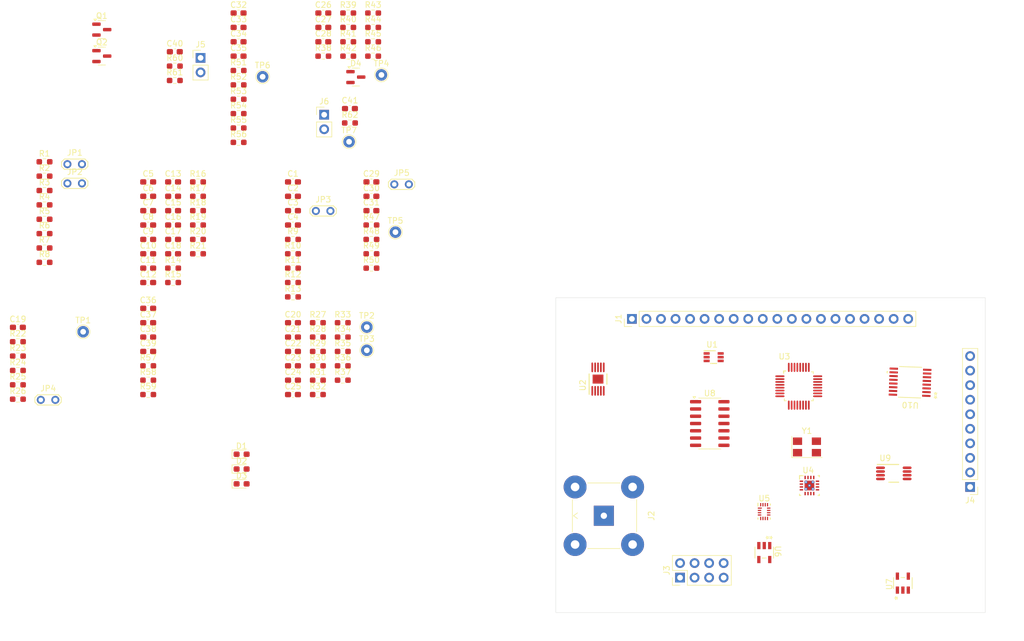
<source format=kicad_pcb>
(kicad_pcb (version 20240108) (generator "pcbnew") (generator_version "8.0")
  (layers (0 "F.Cu" signal) (1 "In1.Cu" signal) (2 "In2.Cu" signal) (31 "B.Cu" signal) (34 "B.Paste" user) (35 "F.Paste" user) (36 "B.SilkS" user "B.Silkscreen") (37 "F.SilkS" user "F.Silkscreen") (38 "B.Mask" user) (39 "F.Mask" user) (44 "Edge.Cuts" user))
  (net 0 "")
  (net 1 "GND")
  (net 2 "AVDD")
  (net 3 "/VCC_24V")
  (net 4 "Net-(Q2-D)")
  (net 5 "/DVDD")
  (net 6 "Net-(U3-CAP3)")
  (net 7 "Net-(U3-CLK)")
  (net 8 "Net-(U3-LVDD)")
  (net 9 "Net-(U3-CAP1)")
  (net 10 "/SCLK")
  (net 11 "Net-(U3-CAP2)")
  (net 12 "/ADC/REFP")
  (net 13 "Net-(C19-Pad2)")
  (net 14 "/DC Bias and Attenueator/ACC_OUT")
  (net 15 "Net-(U4-IN+)")
  (net 16 "Net-(U4-FB-)")
  (net 17 "Net-(C21-Pad1)")
  (net 18 "Net-(C21-Pad2)")
  (net 19 "Net-(U4-IN-)")
  (net 20 "/ADC/ADC_INN")
  (net 21 "/ADC/ADC_INP")
  (net 22 "Net-(U4-FB+)")
  (net 23 "Net-(C28-Pad1)")
  (net 24 "Net-(U7-+IN_)")
  (net 25 "Net-(U8A-+)")
  (net 26 "Net-(U8A--)")
  (net 27 "Net-(U8B--)")
  (net 28 "Net-(U9-OUT_F)")
  (net 29 "Net-(C37-Pad1)")
  (net 30 "Net-(U9-FILT)")
  (net 31 "/SPI_Shift register/DVDD")
  (net 32 "Net-(D4-COM)")
  (net 33 "Net-(J1-Pin_16)")
  (net 34 "/DOUT")
  (net 35 "Net-(J1-Pin_20)")
  (net 36 "/SHORT_ERR")
  (net 37 "Net-(J1-Pin_17)")
  (net 38 "/DRDY")
  (net 39 "/OPEN_ERR")
  (net 41 "Net-(J1-Pin_15)")
  (net 42 "Net-(J1-Pin_7)")
  (net 43 "/XTR_ERR")
  (net 44 "/Fault detection/ACC_OUT")
  (net 45 "/DC Bias and Attenueator/ATT_OUT")
  (net 46 "Net-(J3-Pin_3)")
  (net 47 "Net-(J3-Pin_1)")
  (net 48 "Net-(J3-Pin_5)")
  (net 49 "Net-(J3-Pin_7)")
  (net 50 "/XTR_DIS")
  (net 51 "/HR_mode")
  (net 52 "Net-(J4-Pin_9)")
  (net 53 "/RESET")
  (net 54 "/OSR0")
  (net 55 "/OSR1")
  (net 56 "/SPI_Shift register/GAIN_SEL1")
  (net 57 "/SPI_Shift register/GAIN_SEL2")
  (net 58 "Net-(J5-Pin_1)")
  (net 59 "Net-(J6-Pin_2)")
  (net 60 "/Bias Current/ACC_OUT")
  (net 61 "Net-(JP3-B)")
  (net 62 "/VCOM")
  (net 63 "Net-(JP4-A)")
  (net 64 "Net-(JP5-A)")
  (net 65 "/DAC_CS")
  (net 66 "/ADC_CS")
  (net 67 "/DIN")
  (net 68 "/SR_CS")
  (net 69 "Net-(D1-A)")
  (net 70 "Net-(D2-A)")
  (net 71 "Net-(D3-A)")
  (net 72 "Net-(Q1-E)")
  (net 73 "Net-(Q1-B)")
  (net 74 "Net-(U1-VOUT)")
  (net 75 "Net-(U2-VIN)")
  (net 76 "Net-(U2-SET)")
  (net 77 "Net-(U3-FORMAT)")
  (net 78 "/ADC/ADC_CLK")
  (net 79 "Net-(U3-START)")
  (net 80 "Net-(U3-REXT)")
  (net 81 "Net-(U3-INTLDO_N)")
  (net 82 "Net-(U3-FILTER1)")
  (net 83 "Net-(U3-FILTER0)")
  (net 84 "Net-(U3-FSMODE)")
  (net 85 "Net-(R27-Pad2)")
  (net 86 "/Differential ADC driver/DIFF_AMP_IN")
  (net 87 "Net-(U4-OUT-)")
  (net 88 "Net-(U4-OUT+)")
  (net 89 "Net-(R32-Pad2)")
  (net 90 "Net-(U4-PD_N)")
  (net 91 "Net-(U6--IN)")
  (net 92 "Net-(U5-1S1)")
  (net 93 "Net-(U5-1EN_N)")
  (net 94 "Net-(U5-1S2)")
  (net 95 "Net-(U5-2EN_N)")
  (net 96 "Net-(U5-1S3)")
  (net 97 "Net-(U5-1S4)")
  (net 98 "Net-(U7--IN)")
  (net 99 "Net-(R48-Pad1)")
  (net 100 "Net-(U9-SS)")
  (net 101 "Net-(U10-*OE)")
  (net 102 "Net-(U10-*SRCLR)")
  (net 103 "Net-(U2-REGF)")
  (net 104 "Net-(Q1-C)")
  (net 105 "Net-(U4-VS+-Pad5)")
  (footprint "Project Footprint Library:DAC5311" (layer "F.Cu") (at 137.53 82.08)
    (property "Reference" "U1" (at -0.27 -2.19 0) (layer "F.SilkS"))
    (property "Value" "DAC5311IDCKR")
    (pad "1" smd rect (at -1.224999 -0.650001 90) (size 0.449999 1.05) (layers "F.Cu" "F.Paste" "F.Mask") (net 65 "/DAC_CS"))
    (pad "2" smd rect (at -1.224999 0 90) (size 0.449999 1.05) (layers "F.Cu" "F.Paste" "F.Mask") (net 10 "/SCLK"))
    (pad "3" smd rect (at -1.224999 0.649999 90) (size 0.449999 1.05) (layers "F.Cu" "F.Paste" "F.Mask") (net 67 "/DIN"))
    (pad "4" smd rect (at 1.225001 0.649999 90) (size 0.449999 1.05) (layers "F.Cu" "F.Paste" "F.Mask") (net 2 "AVDD"))
    (pad "5" smd rect (at 1.225001 0 90) (size 0.449999 1.05) (layers "F.Cu" "F.Paste" "F.Mask") (net 1 "GND"))
    (pad "6" smd rect (at 1.225001 -0.650001 90) (size 0.449999 1.05) (layers "F.Cu" "F.Paste" "F.Mask") (net 74 "Net-(U1-VOUT)"))
  )
  (footprint "Resistor_SMD:R_0603_1608Metric_Pad0.98x0.95mm_HandSolder" (layer "F.Cu") (at 38.7575 86.1)
    (property "Reference" "R58" (at 0 -1.43 0) (layer "F.SilkS"))
    (property "Value" "0.047E")
    (pad "1" smd roundrect (at -0.9125 0) (size 0.975 0.95) (layers "F.Cu" "F.Paste" "F.Mask") (net 1 "GND"))
    (pad "2" smd roundrect (at 0.9125 0) (size 0.975 0.95) (layers "F.Cu" "F.Paste" "F.Mask") (net 29 "Net-(C37-Pad1)"))
  )
  (footprint "Capacitor_SMD:C_0603_1608Metric_Pad1.08x0.95mm_HandSolder" (layer "F.Cu") (at 64.0475 83.59)
    (property "Reference" "C23" (at 0 -1.43 0) (layer "F.SilkS"))
    (property "Value" "22nF")
    (pad "1" smd roundrect (at -0.8625 0) (size 1.075 0.95) (layers "F.Cu" "F.Paste" "F.Mask") (net 20 "/ADC/ADC_INN"))
    (pad "2" smd roundrect (at 0.8625 0) (size 1.075 0.95) (layers "F.Cu" "F.Paste" "F.Mask") (net 21 "/ADC/ADC_INP"))
  )
  (footprint "Resistor_SMD:R_0603_1608Metric_Pad0.98x0.95mm_HandSolder" (layer "F.Cu") (at 72.7475 86.1)
    (property "Reference" "R37" (at 0 -1.43 0) (layer "F.SilkS"))
    (property "Value" "2K")
    (pad "1" smd roundrect (at -0.9125 0) (size 0.975 0.95) (layers "F.Cu" "F.Paste" "F.Mask") (net 17 "Net-(C21-Pad1)"))
    (pad "2" smd roundrect (at 0.9125 0) (size 0.975 0.95) (layers "F.Cu" "F.Paste" "F.Mask") (net 89 "Net-(R32-Pad2)"))
  )
  (footprint "Resistor_SMD:R_0603_1608Metric_Pad0.98x0.95mm_HandSolder" (layer "F.Cu") (at 20.6475 63.01)
    (property "Reference" "R7" (at 0 -1.43 0) (layer "F.SilkS"))
    (property "Value" "820E")
    (pad "1" smd roundrect (at -0.9125 0) (size 0.975 0.95) (layers "F.Cu" "F.Paste" "F.Mask") (net 2 "AVDD"))
    (pad "2" smd roundrect (at 0.9125 0) (size 0.975 0.95) (layers "F.Cu" "F.Paste" "F.Mask") (net 70 "Net-(D2-A)"))
  )
  (footprint "Resistor_SMD:R_0603_1608Metric_Pad0.98x0.95mm_HandSolder" (layer "F.Cu") (at 20.6475 47.95)
    (property "Reference" "R1" (at 0 -1.43 0) (layer "F.SilkS"))
    (property "Value" "499E")
    (pad "1" smd roundrect (at -0.9125 0) (size 0.975 0.95) (layers "F.Cu" "F.Paste" "F.Mask") (net 65 "/DAC_CS"))
    (pad "2" smd roundrect (at 0.9125 0) (size 0.975 0.95) (layers "F.Cu" "F.Paste" "F.Mask") (net 42 "Net-(J1-Pin_7)"))
  )
  (footprint "Capacitor_SMD:C_0603_1608Metric_Pad1.08x0.95mm_HandSolder" (layer "F.Cu") (at 38.7575 81.08)
    (property "Reference" "C39" (at 0 -1.43 0) (layer "F.SilkS"))
    (property "Value" "1uF")
    (pad "1" smd roundrect (at -0.8625 0) (size 1.075 0.95) (layers "F.Cu" "F.Paste" "F.Mask") (net 1 "GND"))
    (pad "2" smd roundrect (at 0.8625 0) (size 1.075 0.95) (layers "F.Cu" "F.Paste" "F.Mask") (net 30 "Net-(U9-FILT)"))
  )
  (footprint "Resistor_SMD:R_0603_1608Metric_Pad0.98x0.95mm_HandSolder" (layer "F.Cu") (at 77.7475 61.51)
    (property "Reference" "R48" (at 0 -1.43 0) (layer "F.SilkS"))
    (property "Value" "100K")
    (pad "1" smd roundrect (at -0.9125 0) (size 0.975 0.95) (layers "F.Cu" "F.Paste" "F.Mask") (net 99 "Net-(R48-Pad1)"))
    (pad "2" smd roundrect (at 0.9125 0) (size 0.975 0.95) (layers "F.Cu" "F.Paste" "F.Mask") (net 2 "AVDD"))
  )
  (footprint "Capacitor_SMD:C_0603_1608Metric_Pad1.08x0.95mm_HandSolder" (layer "F.Cu") (at 54.5475 21.97)
    (property "Reference" "C32" (at 0 -1.43 0) (layer "F.SilkS"))
    (property "Value" "0.1uF")
    (pad "1" smd roundrect (at -0.8625 0) (size 1.075 0.95) (layers "F.Cu" "F.Paste" "F.Mask") (net 3 "/VCC_24V"))
    (pad "2" smd roundrect (at 0.8625 0) (size 1.075 0.95) (layers "F.Cu" "F.Paste" "F.Mask") (net 1 "GND"))
  )
  (footprint "Capacitor_SMD:C_0603_1608Metric_Pad1.08x0.95mm_HandSolder" (layer "F.Cu") (at 43.1075 64.02)
    (property "Reference" "C18" (at 0 -1.43 0) (layer "F.SilkS"))
    (property "Value" "0.1uF")
    (pad "1" smd roundrect (at -0.8625 0) (size 1.075 0.95) (layers "F.Cu" "F.Paste" "F.Mask") (net 1 "GND"))
    (pad "2" smd roundrect (at 0.8625 0) (size 1.075 0.95) (layers "F.Cu" "F.Paste" "F.Mask") (net 12 "/ADC/REFP"))
  )
  (footprint "Resistor_SMD:R_0603_1608Metric_Pad0.98x0.95mm_HandSolder" (layer "F.Cu") (at 47.4575 56.49)
    (property "Reference" "R18" (at 0 -1.43 0) (layer "F.SilkS"))
    (property "Value" "1K")
    (pad "1" smd roundrect (at -0.9125 0) (size 0.975 0.95) (layers "F.Cu" "F.Paste" "F.Mask") (net 81 "Net-(U3-INTLDO_N)"))
    (pad "2" smd roundrect (at 0.9125 0) (size 0.975 0.95) (layers "F.Cu" "F.Paste" "F.Mask") (net 1 "GND"))
  )
  (footprint "Capacitor_SMD:C_0603_1608Metric_Pad1.08x0.95mm_HandSolder" (layer "F.Cu") (at 43.1075 53.98)
    (property "Reference" "C14" (at 0 -1.43 0) (layer "F.SilkS"))
    (property "Value" "1uF")
    (pad "1" smd roundrect (at -0.8625 0) (size 1.075 0.95) (layers "F.Cu" "F.Paste" "F.Mask") (net 1 "GND"))
    (pad "2" smd roundrect (at 0.8625 0) (size 1.075 0.95) (layers "F.Cu" "F.Paste" "F.Mask") (net 2 "AVDD"))
  )
  (footprint "Project Footprint Library:THS4551IRGTR" (layer "F.Cu") (at 154.259999 104.500001)
    (property "Reference" "U4" (at -0.21 -2.66 0) (layer "F.SilkS"))
    (property "Value" "THS4551IRGTR")
    (pad "1" smd rect (at -1.4 -0.750001 90) (size 0.249999 0.599999) (layers "F.Cu" "F.Paste" "F.Mask") (net 16 "Net-(U4-FB-)"))
    (pad "2" smd rect (at -1.4 -0.250002 90) (size 0.249999 0.599999) (layers "F.Cu" "F.Paste" "F.Mask") (net 15 "Net-(U4-IN+)"))
    (pad "3" smd rect (at -1.4 0.25 90) (size 0.249999 0.599999) (layers "F.Cu" "F.Paste" "F.Mask") (net 19 "Net-(U4-IN-)"))
    (pad "4" smd rect (at -1.4 0.749998 90) (size 0.249999 0.599999) (layers "F.Cu" "F.Paste" "F.Mask") (net 22 "Net-(U4-FB+)"))
    (pad "5" smd rect (at -0.749998 1.4) (size 0.249999 0.599999) (layers "F.Cu" "F.Paste" "F.Mask") (net 105 "Net-(U4-VS+-Pad5)"))
    (pad "6" smd rect (at -0.25 1.4) (size 0.249999 0.599999) (layers "F.Cu" "F.Paste" "F.Mask") (net 105 "Net-(U4-VS+-Pad5)"))
    (pad "7" smd rect (at 0.250002 1.4) (size 0.249999 0.599999) (layers "F.Cu" "F.Paste" "F.Mask") (net 105 "Net-(U4-VS+-Pad5)"))
    (pad "8" smd rect (at 0.750001 1.4) (size 0.249999 0.599999) (layers "F.Cu" "F.Paste" "F.Mask") (net 105 "Net-(U4-VS+-Pad5)"))
    (pad "9" smd rect (at 1.4 0.749998 90) (size 0.249999 0.599999) (layers "F.Cu" "F.Paste" "F.Mask") (net 62 "/VCOM"))
    (pad "10" smd rect (at 1.4 0.25 90) (size 0.249999 0.599999) (layers "F.Cu" "F.Paste" "F.Mask") (net 88 "Net-(U4-OUT+)"))
    (pad "11" smd rect (at 1.4 -0.250002 90) (size 0.249999 0.599999) (layers "F.Cu" "F.Paste" "F.Mask") (net 87 "Net-(U4-OUT-)"))
    (pad "12" smd rect (at 1.4 -0.750001 90) (size 0.249999 0.599999) (layers "F.Cu" "F.Paste" "F.Mask") (net 90 "Net-(U4-PD_N)"))
    (pad "13" smd rect (at 0.750001 -1.4) (size 0.249999 0.599999) (layers "F.Cu" "F.Paste" "F.Mask") (net 1 "GND"))
    (pad "14" smd rect (at 0.250002 -1.4) (size 0.249999 0.599999) (layers "F.Cu" "F.Paste" "F.Mask") (net 1 "GND"))
    (pad "15" smd rect (at -0.25 -1.4) (size 0.249999 0.599999) (layers "F.Cu" "F.Paste" "F.Mask") (net 1 "GND"))
    (pad "16" smd rect (at -0.749998 -1.4) (size 0.249999 0.599999) (layers "F.Cu" "F.Paste" "F.Mask") (net 1 "GND"))
    (pad "17" thru_hole circle (at -0.599999 -0.599999) (size 0.499999 0.499999) (drill 0.2032) (property pad_prop_heatsink) (layers "*.Cu" "*.Mask") (net 1 "GND"))
    (pad "17" thru_hole circle (at -0.599999 0.599999) (size 0.499999 0.499999) (drill 0.2032) (property pad_prop_heatsink) (layers "*.Cu" "*.Mask") (net 1 "GND"))
    (pad "17" thru_hole circle (at 0 0) (size 0.499999 0.499999) (drill 0.2032) (property pad_prop_heatsink) (layers "*.Cu" "*.Mask") (net 1 "GND"))
    (pad "17" smd rect (at 0.000003 0) (size 1.699999 1.699999) (layers "F.Cu" "F.Mask") (net 1 "GND"))
    (pad "17" thru_hole circle (at 0.599999 -0.599999) (size 0.499999 0.499999) (drill 0.2032) (property pad_prop_heatsink) (layers "*.Cu" "*.Mask") (net 1 "GND"))
    (pad "17" thru_hole circle (at 0.599999 0.599999) (size 0.499999 0.499999) (drill 0.2032) (property pad_prop_heatsink) (layers "*.Cu" "*.Mask") (net 1 "GND"))
  )
  (footprint "Project Footprint Library:LMV751M5X" (layer "F.Cu") (at 146.3725 116.2092 -90)
    (property "Reference" "U6" (at -0.2 -2.36 -90) (layer "F.SilkS"))
    (property "Value" "LMV751M5X" (hide yes))
    (fp_text user "*" (at -2.61 -0.85 -90) (layer "F.SilkS"))
    (fp_text user "*" (at -2.61 -0.85 90) (layer "F.SilkS"))
    (pad "1" smd rect (at -1.2192 -0.9525 270) (size 1.258799 0.568) (layers "F.Cu" "F.Paste" "F.Mask") (net 86 "/Differential ADC driver/DIFF_AMP_IN"))
    (pad "2" smd rect (at -1.2192 0 270) (size 1.258799 0.568) (layers "F.Cu" "F.Paste" "F.Mask") (net 1 "GND"))
    (pad "3" smd rect (at -1.2192 0.9525 270) (size 1.258799 0.568) (layers "F.Cu" "F.Paste" "F.Mask") (net 32 "Net-(D4-COM)"))
    (pad "4" smd rect (at 1.2192 0.9525 270) (size 1.258799 0.568) (layers "F.Cu" "F.Paste" "F.Mask") (net 91 "Net-(U6--IN)"))
    (pad "5" smd rect (at 1.2192 -0.9525 270) (size 1.258799 0.568) (layers "F.Cu" "F.Paste" "F.Mask") (net 2 "AVDD"))
  )
  (footprint "Resistor_SMD:R_0603_1608Metric_Pad0.98x0.95mm_HandSolder" (layer "F.Cu") (at 20.6475 60.5)
    (property "Reference" "R6" (at 0 -1.43 0) (layer "F.SilkS"))
    (property "Value" "15K")
    (pad "1" smd roundrect (at -0.9125 0) (size 0.975 0.95) (layers "F.Cu" "F.Paste" "F.Mask") (net 3 "/VCC_24V"))
    (pad "2" smd roundrect (at 0.9125 0) (size 0.975 0.95) (layers "F.Cu" "F.Paste" "F.Mask") (net 69 "Net-(D1-A)"))
  )
  (footprint "Resistor_SMD:R_0603_1608Metric_Pad0.98x0.95mm_HandSolder" (layer "F.Cu") (at 54.5475 39.54)
    (property "Reference" "R54" (at 0 -1.43 0) (layer "F.SilkS"))
    (property "Value" "100K")
    (pad "1" smd roundrect (at -0.9125 0) (size 0.975 0.95) (layers "F.Cu" "F.Paste" "F.Mask") (net 27 "Net-(U8B--)"))
    (pad "2" smd roundrect (at 0.9125 0) (size 0.975 0.95) (layers "F.Cu" "F.Paste" "F.Mask") (net 25 "Net-(U8A-+)"))
  )
  (footprint "Capacitor_SMD:C_0603_1608Metric_Pad1.08x0.95mm_HandSolder" (layer "F.Cu") (at 64.0475 59)
    (property "Reference" "C4" (at 0 -1.43 0) (layer "F.SilkS"))
    (property "Value" "100pF")
    (pad "1" smd roundrect (at -0.8625 0) (size 1.075 0.95) (layers "F.Cu" "F.Paste" "F.Mask") (net 4 "Net-(Q2-D)"))
    (pad "2" smd roundrect (at 0.8625 0) (size 1.075 0.95) (layers "F.Cu" "F.Paste" "F.Mask") (net 1 "GND"))
  )
  (footprint "TestPoint:TestPoint_THTPad_D2.0mm_Drill1.0mm" (layer "F.Cu") (at 81.9475 60.24)
    (property "Reference" "TP5" (at 0 -1.998 0) (layer "F.SilkS"))
    (property "Value" "VCOM")
    (pad "1" thru_hole circle (at 0 0) (size 2 2) (drill 1) (layers "*.Cu" "*.Mask") (net 64 "Net-(JP5-A)"))
  )
  (footprint "Resistor_SMD:R_0603_1608Metric_Pad0.98x0.95mm_HandSolder" (layer "F.Cu") (at 64.0475 61.51)
    (property "Reference" "R9" (at 0 -1.43 0) (layer "F.SilkS"))
    (property "Value" "10K")
    (pad "1" smd roundrect (at -0.9125 0) (size 0.975 0.95) (layers "F.Cu" "F.Paste" "F.Mask") (net 43 "/XTR_ERR"))
    (pad "2" smd roundrect (at 0.9125 0) (size 0.975 0.95) (layers "F.Cu" "F.Paste" "F.Mask") (net 5 "/DVDD"))
  )
  (footprint "Capacitor_SMD:C_0603_1608Metric_Pad1.08x0.95mm_HandSolder" (layer "F.Cu") (at 38.7575 51.47)
    (property "Reference" "C5" (at 0 -1.43 0) (layer "F.SilkS"))
    (property "Value" "0.1uF")
    (pad "1" smd roundrect (at -0.8625 0) (size 1.075 0.95) (layers "F.Cu" "F.Paste" "F.Mask") (net 1 "GND"))
    (pad "2" smd roundrect (at 0.8625 0) (size 1.075 0.95) (layers "F.Cu" "F.Paste" "F.Mask") (net 5 "/DVDD"))
  )
  (footprint "Capacitor_SMD:C_0603_1608Metric_Pad1.08x0.95mm_HandSolder" (layer "F.Cu") (at 54.5475 26.99)
    (property "Reference" "C34" (at 0 -1.43 0) (layer "F.SilkS"))
    (property "Value" "22nF")
    (pad "1" smd roundrect (at -0.8625 0) (size 1.075 0.95) (layers "F.Cu" "F.Paste" "F.Mask") (net 26 "Net-(U8A--)"))
    (pad "2" smd roundrect (at 0.8625 0) (size 1.075 0.95) (layers "F.Cu" "F.Paste" "F.Mask") (net 1 "GND"))
  )
  (footprint "Capacitor_SMD:C_0603_1608Metric_Pad1.08x0.95mm_HandSolder" (layer "F.Cu") (at 64.0475 88.61)
    (property "Reference" "C25" (at 0 -1.43 0) (layer "F.SilkS"))
    (property "Value" "2200pF")
    (pad "1" smd roundrect (at -0.8625 0) (size 1.075 0.95) (layers "F.Cu" "F.Paste" "F.Mask") (net 22 "Net-(U4-FB+)"))
    (pad "2" smd roundrect (at 0.8625 0) (size 1.075 0.95) (layers "F.Cu" "F.Paste" "F.Mask") (net 19 "Net-(U4-IN-)"))
  )
  (footprint "Resistor_SMD:R_0603_1608Metric_Pad0.98x0.95mm_HandSolder" (layer "F.Cu") (at 68.3975 86.1)
    (property "Reference" "R31" (at 0 -1.43 0) (layer "F.SilkS"))
    (property "Value" "10E")
    (pad "1" smd roundrect (at -0.9125 0) (size 0.975 0.95) (layers "F.Cu" "F.Paste" "F.Mask") (net 85 "Net-(R27-Pad2)"))
    (pad "2" smd roundrect (at 0.9125 0) (size 0.975 0.95) (layers "F.Cu" "F.Paste" "F.Mask") (net 21 "/ADC/ADC_INP"))
  )
  (footprint "Capacitor_SMD:C_0603_1608Metric_Pad1.08x0.95mm_HandSolder" (layer "F.Cu") (at 43.1075 51.47)
    (property "Reference" "C13" (at 0 -1.43 0) (layer "F.SilkS"))
    (property "Value" "5pF")
    (pad "1" smd roundrect (at -0.8625 0) (size 1.075 0.95) (layers "F.Cu" "F.Paste" "F.Mask") (net 1 "GND"))
    (pad "2" smd roundrect (at 0.8625 0) (size 1.075 0.95) (layers "F.Cu" "F.Paste" "F.Mask") (net 10 "/SCLK"))
  )
  (footprint "Capacitor_SMD:C_0603_1608Metric_Pad1.08x0.95mm_HandSolder" (layer "F.Cu") (at 69.3475 26.99)
    (property "Reference" "C28" (at 0 -1.43 0) (layer "F.SilkS"))
    (property "Value" "C_Small")
    (pad "1" smd roundrect (at -0.8625 0) (size 1.075 0.95) (layers "F.Cu" "F.Paste" "F.Mask") (net 23 "Net-(C28-Pad1)"))
    (pad "2" smd roundrect (at 0.8625 0) (size 1.075 0.95) (layers "F.Cu" "F.Paste" "F.Mask") (net 1 "GND"))
  )
  (footprint "TestPoint:TestPoint_2Pads_Pitch2.54mm_Drill0.8mm" (layer "F.Cu") (at 19.9975 89.54)
    (property "Reference" "JP4" (at 1.3 -2 0) (layer "F.SilkS"))
    (property "Value" "Jumper_2_Open")
    (pad "1" thru_hole circle (at 0 0) (size 1.4 1.4) (drill 0.8) (layers "*.Cu" "*.Mask") (net 63 "Net-(JP4-A)"))
    (pad "2" thru_hole circle (at 2.54 0) (size 1.4 1.4) (drill 0.8) (layers "*.Cu" "*.Mask") (net 62 "/VCOM"))
  )
  (footprint "Resistor_SMD:R_0603_1608Metric_Pad0.98x0.95mm_HandSolder" (layer "F.Cu") (at 54.5475 44.56)
    (property "Reference" "R56" (at 0 -1.43 0) (layer "F.SilkS"))
    (property "Value" "20K")
    (pad "1" smd roundrect (at -0.9125 0) (size 0.975 0.95) (layers "F.Cu" "F.Paste" "F.Mask") (net 1 "GND"))
    (pad "2" smd roundrect (at 0.9125 0) (size 0.975 0.95) (layers "F.Cu" "F.Paste" "F.Mask") (net 27 "Net-(U8B--)"))
  )
  (footprint "TestPoint:TestPoint_THTPad_D2.0mm_Drill1.0mm" (layer "F.Cu") (at 27.3975 77.64)
    (property "Reference" "TP1" (at 0 -1.998 0) (layer "F.SilkS"))
    (property "Value" "Vin")
    (pad "1" thru_hole circle (at 0 0) (size 2 2) (drill 1) (layers "*.Cu" "*.Mask") (net 13 "Net-(C19-Pad2)"))
  )
  (footprint "Resistor_SMD:R_0603_1608Metric_Pad0.98x0.95mm_HandSolder" (layer "F.Cu") (at 43.1075 69.04)
    (property "Reference" "R15" (at 0 -1.43 0) (layer "F.SilkS"))
    (property "Value" "10E")
    (pad "1" smd roundrect (at -0.9125 0) (size 0.975 0.95) (layers "F.Cu" "F.Paste" "F.Mask") (net 7 "Net-(U3-CLK)"))
    (pad "2" smd roundrect (at 0.9125 0) (size 0.975 0.95) (layers "F.Cu" "F.Paste" "F.Mask") (net 78 "/ADC/ADC_CLK"))
  )
  (footprint "Package_TO_SOT_SMD:SOT-23" (layer "F.Cu") (at 75.0275 33.155)
    (property "Reference" "D4" (at 0 -2.4 0) (layer "F.SilkS"))
    (property "Value" "BAT54S")
    (pad "1" smd roundrect (at -0.9375 -0.95) (size 1.475 0.6) (layers "F.Cu" "F.Paste" "F.Mask") (net 1 "GND"))
    (pad "2" smd roundrect (at -0.9375 0.95) (size 1.475 0.6) (layers "F.Cu" "F.Paste" "F.Mask") (net 2 "AVDD"))
    (pad "3" smd roundrect (at 0.9375 0) (size 1.475 0.6) (layers "F.Cu" "F.Paste" "F.Mask") (net 32 "Net-(D4-COM)"))
  )
  (footprint "Diode_SMD:D_0603_1608Metric_Pad1.05x0.95mm_HandSolder" (layer "F.Cu") (at 55.075 104.21)
    (property "Reference" "D3" (at 0 -1.43 0) (layer "F.SilkS"))
    (property "Value" "RED")
    (pad "1" smd roundrect (at -0.875 0) (size 1.05 0.95) (layers "F.Cu" "F.Paste" "F.Mask") (net 1 "GND"))
    (pad "2" smd roundrect (at 0.875 0) (size 1.05 0.95) (layers "F.Cu" "F.Paste" "F.Mask") (net 71 "Net-(D3-A)"))
  )
  (footprint "Capacitor_SMD:C_0603_1608Metric_Pad1.08x0.95mm_HandSolder" (layer "F.Cu") (at 64.0475 76.06)
    (property "Reference" "C20" (at 0 -1.43 0) (layer "F.SilkS"))
    (property "Value" "2200pF")
    (pad "1" smd roundrect (at -0.8625 0) (size 1.075 0.95) (layers "F.Cu" "F.Paste" "F.Mask") (net 16 "Net-(U4-FB-)"))
    (pad "2" smd roundrect (at 0.8625 0) (size 1.075 0.95) (layers "F.Cu" "F.Paste" "F.Mask") (net 15 "Net-(U4-IN+)"))
  )
  (footprint "Crystal:Crystal_SMD_5032-4Pin_5.0x3.2mm" (layer "F.Cu") (at 153.83 97.76)
    (property "Reference" "Y1" (at 0 -2.8 0) (layer "F.SilkS"))
    (property "Value" "ASFL1-8.000MHZ-EK-T-Oscillator")
    (pad "1" smd rect (at -1.65 1) (size 1.6 1.3) (layers "F.Cu" "F.Paste" "F.Mask") (net 59 "Net-(J6-Pin_2)"))
    (pad "2" smd rect (at 1.65 1) (size 1.6 1.3) (layers "F.Cu" "F.Paste" "F.Mask") (net 1 "GND"))
    (pad "3" smd rect (at 1.65 -1) (size 1.6 1.3) (layers "F.Cu" "F.Paste" "F.Mask") (net 78 "/ADC/ADC_CLK"))
    (pad "4" smd rect (at -1.65 -1) (size 1.6 1.3) (layers "F.Cu" "F.Paste" "F.Mask") (net 5 "/DVDD"))
  )
  (footprint "Resistor_SMD:R_0603_1608Metric_Pad0.98x0.95mm_HandSolder" (layer "F.Cu") (at 68.3975 76.06)
    (property "Reference" "R27" (at 0 -1.43 0) (layer "F.SilkS"))
    (property "Value" "2K")
    (pad "1" smd roundrect (at -0.9125 0) (size 0.975 0.95) (layers "F.Cu" "F.Paste" "F.Mask") (net 18 "Net-(C21-Pad2)"))
    (pad "2" smd roundrect (at 0.9125 0) (size 0.975 0.95) (layers "F.Cu" "F.Paste" "F.Mask") (net 85 "Net-(R27-Pad2)"))
  )
  (footprint "Capacitor_SMD:C_0603_1608Metric_Pad1.08x0.95mm_HandSolder" (layer "F.Cu") (at 38.7575 64.02)
    (property "Reference" "C10" (at 0 -1.43 0) (layer "F.SilkS"))
    (property "Value" "10pF")
    (pad "1" smd roundrect (at -0.8625 0) (size 1.075 0.95) (layers "F.Cu" "F.Paste" "F.Mask") (net 1 "GND"))
    (pad "2" smd roundrect (at 0.8625 0) (size 1.075 0.95) (layers "F.Cu" "F.Paste" "F.Mask") (net 7 "Net-(U3-CLK)"))
  )
  (footprint "Resistor_SMD:R_0603_1608Metric_Pad0.98x0.95mm_HandSolder" (layer "F.Cu") (at 73.6975 21.97)
    (property "Reference" "R39" (at 0 -1.43 0) (layer "F.SilkS"))
    (property "Value" "1K")
    (pad "1" smd roundrect (at -0.9125 0) (size 0.975 0.95) (layers "F.Cu" "F.Paste" "F.Mask") (net 93 "Net-(U5-1EN_N)"))
    (pad "2" smd roundrect (at 0.9125 0) (size 0.975 0.95) (layers "F.Cu" "F.Paste" "F.Mask") (net 1 "GND"))
  )
  (footprint "Capacitor_SMD:C_0603_1608Metric_Pad1.08x0.95mm_HandSolder" (layer "F.Cu") (at 64.0475 81.08)
    (property "Reference" "C22" (at 0 -1.43 0) (layer "F.SilkS"))
    (property "Value" "1nF")
    (pad "1" smd roundrect (at -0.8625 0) (size 1.075 0.95) (layers "F.Cu" "F.Paste" "F.Mask") (net 19 "Net-(U4-IN-)"))
    (pad "2" smd roundrect (at 0.8625 0) (size 1.075 0.95) (layers "F.Cu" "F.Paste" "F.Mask") (net 15 "Net-(U4-IN+)"))
  )
  (footprint "Resistor_SMD:R_0603_1608Metric_Pad0.98x0.95mm_HandSolder" (layer "F.Cu") (at 20.6475 55.48)
    (property "Reference" "R4" (at 0 -1.43 0) (layer "F.SilkS"))
    (property "Value" "499E")
    (pad "1" smd roundrect (at -0.9125 0) (size 0.975 0.95) (layers "F.Cu" "F.Paste" "F.Mask") (net 67 "/DIN"))
    (pad "2" smd roundrect (at 0.9125 0) (size 0.975 0.95) (layers "F.Cu" "F.Paste" "F.Mask") (net 37 "Net-(J1-Pin_17)"))
  )
  (footprint "Capacitor_SMD:C_0603_1608Metric_Pad1.08x0.95mm_HandSolder" (layer "F.Cu") (at 69.3475 21.97)
    (property "Reference" "C26" (at 0 -1.43 0) (layer "F.SilkS"))
    (property "Value" "0.1uF")
    (pad "1" smd roundrect (at -0.8625 0) (size 1.075 0.95) (layers "F.Cu" "F.Paste" "F.Mask") (net 2 "AVDD"))
    (pad "2" smd roundrect (at 0.8625 0) (size 1.075 0.95) (layers "F.Cu" "F.Paste" "F.Mask") (net 1 "GND"))
  )
  (footprint "Resistor_SMD:R_0603_1608Metric_Pad0.98x0.95mm_HandSolder" (layer "F.Cu") (at 38.7575 88.61)
    (property "Reference" "R59" (at 0 -1.43 0) (layer "F.SilkS"))
    (property "Value" "121K")
    (pad "1" smd roundrect (at -0.9125 0) (size 0.975 0.95) (layers "F.Cu" "F.Paste" "F.Mask") (net 100 "Net-(U9-SS)"))
    (pad "2" smd roundrect (at 0.9125 0) (size 0.975 0.95) (layers "F.Cu" "F.Paste" "F.Mask") (net 1 "GND"))
  )
  (footprint "Project Footprint Library:REF6025" (layer "F.Cu") (at 168.994999 102.374999)
    (property "Reference" "U9" (at -1.5 -2.66 0) (layer "F.SilkS"))
    (property "Value" "REF6025IDGKR")
    (pad "1" smd oval (at -2.324999 -0.974999 90) (size 0.449999 1.549999) (layers "F.Cu" "F.Paste" "F.Mask") (net 2 "AVDD"))
    (pad "2" smd oval (at -2.324999 -0.324998 90) (size 0.449999 1.549999) (layers "F.Cu" "F.Paste" "F.Mask") (net 2 "AVDD"))
    (pad "3" smd oval (at -2.324999 0.325001 90) (size 0.449999 1.549999) (layers "F.Cu" "F.Paste" "F.Mask") (net 100 "Net-(U9-SS)"))
    (pad "4" smd oval (at -2.324999 0.975002 90) (size 0.449999 1.549999) (layers "F.Cu" "F.Paste" "F.Mask") (net 30 "Net-(U9-FILT)"))
    (pad "5" smd oval (at 2.325002 0.975002 90) (size 0.449999 1.549999) (layers "F.Cu" "F.Paste" "F.Mask") (net 28 "Net-(U9-OUT_F)"))
    (pad "6" smd oval (at 2.325002 0.325001 90) (size 0.449999 1.549999) (layers "F.Cu" "F.Paste" "F.Mask") (net 28 "Net-(U9-OUT_F)"))
    (pad "7" smd oval (at 2.325002 -0.324998 90) (size 0.449999 1.549999) (layers "F.Cu" "F.Paste" "F.Mask") (net 1 "GND"))
    (pad "8" smd oval (at 2.325002 -0.974999 90) (size 0.449999 1.549999) (layers "F.Cu" "F.Paste" "F.Mask") (net 1 "GND"))
  )
  (footprint "Capacitor_SMD:C_0603_1608Metric_Pad1.08x0.95mm_HandSolder" (layer "F.Cu") (at 64.0475 78.57)
    (property "Reference" "C21" (at 0 -1.43 0) (layer "F.SilkS"))
    (property "Value" "4700pF")
    (pad "1" smd roundrect (at -0.8625 0) (size 1.075 0.95) (layers "F.Cu" "F.Paste" "F.Mask") (net 17 "Net-(C21-Pad1)"))
    (pad "2" smd roundrect (at 0.8625 0) (size 1.075 0.95) (layers "F.Cu" "F.Paste" "F.Mask") (net 18 "Net-(C21-Pad2)"))
  )
  (footprint "Capacitor_SMD:C_0603_1608Metric_Pad1.08x0.95mm_HandSolder" (layer "F.Cu") (at 64.0475 53.98)
    (property "Reference" "C2" (at 0 -1.43 0) (layer "F.SilkS"))
    (property "Value" "10uF")
    (pad "1" smd roundrect (at -0.8625 0) (size 1.075 0.95) (layers "F.Cu" "F.Paste" "F.Mask") (net 2 "AVDD"))
    (pad "2" smd roundrect (at 0.8625 0) (size 1.075 0.95) (layers "F.Cu" "F.Paste" "F.Mask") (net 1 "GND"))
  )
  (footprint "Resistor_SMD:R_0603_1608Metric_Pad0.98x0.95mm_HandSolder" (layer "F.Cu") (at 15.9975 86.91)
    (property "Reference" "R25" (at 0 -1.43 0) (layer "F.SilkS"))
    (property "Value" "15.8K")
    (pad "1" smd roundrect (at -0.9125 0) (size 0.975 0.95) (layers "F.Cu" "F.Paste" "F.Mask") (net 48 "Net-(J3-Pin_5)"))
    (pad "2" smd roundrect (at 0.9125 0) (size 0.975 0.95) (layers "F.Cu" "F.Paste" "F.Mask") (net 49 "Net-(J3-Pin_7)"))
  )
  (footprint "Capacitor_SMD:C_0603_1608Metric_Pad1.08x0.95mm_HandSolder" (layer "F.Cu") (at 64.0475 56.49)
    (property "Reference" "C3" (at 0 -1.43 0) (layer "F.SilkS"))
    (property "Value" "0.1uF")
    (pad "1" smd roundrect (at -0.8625 0) (size 1.075 0.95) (layers "F.Cu" "F.Paste" "F.Mask") (net 3 "/VCC_24V"))
    (pad "2" smd roundrect (at 0.8625 0) (size 1.075 0.95) (layers "F.Cu" "F.Paste" "F.Mask") (net 1 "GND"))
  )
  (footprint "Project Footprint Library:SN74HC595" (layer "F.Cu") (at 171.84 86.46 178)
    (property "Reference" "U10" (at -0.179997 -3.979994 178) (layer "F.SilkS"))
    (property "Value" "SN74HC595PWR")
    (fp_text user "*" (at -4.530002 -2.150007 -2) (layer "F.SilkS"))
    (fp_text user "*" (at -4.530002 -2.150007 178) (layer "F.SilkS"))
    (pad "1" smd rect (at -2.920997 -2.274999 178) (size 1.461999 0.3548) (layers "F.Cu" "F.Paste" "F.Mask") (net 57 "/SPI_Shift register/GAIN_SEL2"))
    (pad "2" smd rect (at -2.920998 -1.625014 178) (size 1.461999 0.3548) (layers "F.Cu" "F.Paste" "F.Mask") (net 56 "/SPI_Shift register/GAIN_SEL1"))
    (pad "3" smd rect (at -2.920994 -0.974993 178) (size 1.461999 0.3548) (layers "F.Cu" "F.Paste" "F.Mask") (net 51 "/HR_mode"))
    (pad "4" smd rect (at -2.920997 -0.325001 178) (size 1.461999 0.3548) (layers "F.Cu" "F.Paste" "F.Mask") (net 53 "/RESET"))
    (pad "5" smd rect (at -2.920996 0.324999 178) (size 1.461999 0.3548) (layers "F.Cu" "F.Paste" "F.Mask") (net 54 "/OSR0"))
    (pad "6" smd rect (at -2.921006 0.975005 178) (size 1.461999 0.3548) (layers "F.Cu" "F.Paste" "F.Mask") (net 55 "/OSR1"))
    (pad "7" smd rect (at -2.920988 1.624991 178) (size 1.461999 0.3548) (layers "F.Cu" "F.Paste" "F.Mask") (net 52 "Net-(J4-Pin_9)"))
    (pad "8" smd rect (at -2.921003 2.275003 178) (size 1.461999 0.3548) (layers "F.Cu" "F.Paste" "F.Mask") (net 1 "GND"))
    (pad "9" smd rect (at 2.920997 2.274999 178) (size 1.461999 0.3548) (layers "F.Cu" "F.Paste" "F.Mask"))
    (pad "10" smd rect (at 2.920998 1.625014 178) (size 1.461999 0.3548) (layers "F.Cu" "F.Paste" "F.Mask") (net 102 "Net-(U10-*SRCLR)"))
    (pad "11" smd rect (at 2.920994 0.974993 178) (size 1.461999 0.3548) (layers "F.Cu" "F.Paste" "F.Mask") (net 10 "/SCLK"))
    (pad "12" smd rect (at 2.920997 0.325001 178) (size 1.461999 0.3548) (layers "F.Cu" "F.Paste" "F.Mask") (net 68 "/SR_CS"))
    (pad "13" smd rect (at 2.920996 -0.324999 178) (size 1.461999 0.3548) (layers "F.Cu" "F.Paste" "F.Mask") (net 101 "Net-(U10-*OE)"))
    (pad "14" smd rect (at 2.921006 -0.975005 178) (size 1.461999 0.3548) (layers "F.Cu" "F.Paste" "F.Mask") (net 67 "/DIN"))
    (pad "15" smd rect (at 2.920988 -1.624991 178) (size 1.461999 0.3548) (layers "F.Cu" "F.Paste" "F.Mask") (net 50 "/XTR_DIS"))
    (pad "16" smd rect (at 2.921003 -2.275003 178) (size 1.461999 0.3548) (layers "F.Cu" "F.Paste" "F.Mask") (net 31 "/SPI_Shift register/DVDD"))
  )
  (footprint "Resistor_SMD:R_0603_1608Metric_Pad0.98x0.95mm_HandSolder" (layer "F.Cu") (at 47.4575 64.02)
    (property "Reference" "R21" (at 0 -1.43 0) (layer "F.SilkS"))
    (property "Value" "1K")
    (pad "1" smd roundrect (at -0.9125 0) (size 0.975 0.95) (layers "F.Cu" "F.Paste" "F.Mask") (net 84 "Net-(U3-FSMODE)"))
    (pad "2" smd roundrect (at 0.9125 0) (size 0.975 0.95) (layers "F.Cu" "F.Paste" "F.Mask") (net 1 "GND"))
  )
  (footprint "TestPoint:TestPoint_2Pads_Pitch2.54mm_Drill0.8mm" (layer "F.Cu") (at 81.7475 51.89)
    (property "Reference" "JP5" (at 1.3 -2 0) (layer "F.SilkS"))
    (property "Value" "Jumper_2_Open")
    (pad "1" thru_hole circle (at 0 0) (size 1.4 1.4) (drill 0.8) (layers "*.Cu" "*.Mask") (net 64 "Net-(JP5-A)"))
    (pad "2" thru_hole circle (at 2.54 0) (size 1.4 1.4) (drill 0.8) (layers "*.Cu" "*.Mask") (net 62 "/VCOM"))
  )
  (footprint "Resistor_SMD:R_0603_1608Metric_Pad0.98x0.95mm_HandSolder" (layer "F.Cu") (at 78.0475 26.99)
    (property "Reference" "R45" (at 0 -1.43 0) (layer "F.SilkS"))
    (property "Value" "2K")
    (pad "1" smd roundrect (at -0.9125 0) (size 0.975 0.95) (layers "F.Cu" "F.Paste" "F.Mask") (net 62 "/VCOM"))
    (pad "2" smd roundrect (at 0.9125 0) (size 0.975 0.95) (layers "F.Cu" "F.Paste" "F.Mask") (net 91 "Net-(U6--IN)"))
  )
  (footprint "Resistor_SMD:R_0603_1608Metric_Pad0.98x0.95mm_HandSolder" (layer "F.Cu") (at 68.3975 81.08)
    (property "Reference" "R29" (at 0 -1.43 0) (layer "F.SilkS"))
    (property "Value" "1K")
    (pad "1" smd roundrect (at -0.9125 0) (size 0.975 0.95) (layers "F.Cu" "F.Paste" "F.Mask") (net 18 "Net-(C21-Pad2)"))
    (pad "2" smd roundrect (at 0.9125 0) (size 0.975 0.95) (layers "F.Cu" "F.Paste" "F.Mask") (net 15 "Net-(U4-IN+)"))
  )
  (footprint "Connector_PinHeader_2.54mm:PinHeader_1x02_P2.54mm_Vertical" (layer "F.Cu") (at 69.4975 39.73)
    (property "Reference" "J6" (at 0 -2.33 0) (layer "F.SilkS"))
    (property "Value" "CLK_DISABLE")
    (pad "1" thru_hole rect (at 0 0) (size 1.7 1.7) (drill 1) (layers "*.Cu" "*.Mask") (net 1 "GND"))
    (pad "2" thru_hole oval (at 0 2.54) (size 1.7 1.7) (drill 1) (layers "*.Cu" "*.Mask") (net 59 "Net-(J6-Pin_2)"))
  )
  (footprint "Resistor_SMD:R_0603_1608Metric_Pad0.98x0.95mm_HandSolder" (layer "F.Cu") (at 43.1075 66.53)
    (property "Reference" "R14" (at 0 -1.43 0) (layer "F.SilkS"))
    (property "Value" "1K")
    (pad "1" smd roundrect (at -0.9125 0) (size 0.975 0.95) (layers "F.Cu" "F.Paste" "F.Mask") (net 1 "GND"))
    (pad "2" smd roundrect (at 0.9125 0) (size 0.975 0.95) (layers "F.Cu" "F.Paste" "F.Mask") (net 77 "Net-(U3-FORMAT)"))
  )
  (footprint "Resistor_SMD:R_0603_1608Metric_Pad0.98x0.95mm_HandSolder" (layer "F.Cu") (at 72.7475 78.57)
    (property "Reference" "R34" (at 0 -1.43 0) (layer "F.SilkS"))
    (property "Value" "1K")
    (pad "1" smd roundrect (at -0.9125 0) (size 0.975 0.95) (layers "F.Cu" "F.Paste" "F.Mask") (net 62 "/VCOM"))
    (pad "2" smd roundrect (at 0.9125 0) (size 0.975 0.95) (layers "F.Cu" "F.Paste" "F.Mask") (net 17 "Net-(C21-Pad1)"))
  )
  (footprint "Resistor_SMD:R_0603_1608Metric_Pad0.98x0.95mm_HandSolder" (layer "F.Cu") (at 78.0475 24.48)
    (property "Reference" "R44" (at 0 -1.43 0) (layer "F.SilkS"))
    (property "Value" "1.1M")
    (pad "1" smd roundrect (at -0.9125 0) (size 0.975 0.95) (layers "F.Cu" "F.Paste" "F.Mask") (net 91 "Net-(U6--IN)"))
    (pad "2" smd roundrect (at 0.9125 0) (size 0.975 0.95) (layers "F.Cu" "F.Paste" "F.Mask") (net 86 "/Differential ADC driver/DIFF_AMP_IN"))
  )
  (footprint "TestPoint:TestPoint_2Pads_Pitch2.54mm_Drill0.8mm" (layer "F.Cu") (at 24.6475 51.72)
    (property "Reference" "JP2" (at 1.3 -2 0) (layer "F.SilkS"))
    (property "Value" "Jumper_2_Open")
    (pad "1" thru_hole circle (at 0 0) (size 1.4 1.4) (drill 0.8) (layers "*.Cu" "*.Mask") (net 14 "/DC Bias and Attenueator/ACC_OUT"))
    (pad "2" thru_hole circle (at 2.54 0) (size 1.4 1.4) (drill 0.8) (layers "*.Cu" "*.Mask") (net 44 "/Fault detection/ACC_OUT"))
  )
  (footprint "Resistor_SMD:R_0603_1608Metric_Pad0.98x0.95mm_HandSolder" (layer "F.Cu") (at 43.4075 33.75)
    (property "Reference" "R61" (at 0 -1.43 0) (layer "F.SilkS"))
    (property "Value" "100K")
    (pad "1" smd roundrect (at -0.9125 0) (size 0.975 0.95) (layers "F.Cu" "F.Paste" "F.Mask") (net 102 "Net-(U10-*SRCLR)"))
    (pad "2" smd roundrect (at 0.9125 0) (size 0.975 0.95) (layers "F.Cu" "F.Paste" "F.Mask") (net 31 "/SPI_Shift register/DVDD"))
  )
  (footprint "Resistor_SMD:R_0603_1608Metric_Pad0.98x0.95mm_HandSolder" (layer "F.Cu") (at 68.3975 83.59)
    (property "Reference" "R30" (at 0 -1.43 0) (layer "F.SilkS"))
    (property "Value" "15E")
    (pad "1" smd roundrect (at -0.9125 0) (size 0.975 0.95) (layers "F.Cu" "F.Paste" "F.Mask") (net 87 "Net-(U4-OUT-)"))
    (pad "2" smd roundrect (at 0.9125 0) (size 0.975 0.95) (layers "F.Cu" "F.Paste" "F.Mask") (net 85 "Net-(R27-Pad2)"))
  )
  (footprint "Diode_SMD:D_0603_1608Metric_Pad1.05x0.95mm_HandSolder" (layer "F.Cu") (at 55.075 99.03)
    (property "Reference" "D1" (at 0 -1.43 0) (layer "F.SilkS"))
    (property "Value" "RED")
    (pad "1" smd roundrect (at -0.875 0) (size 1.05 0.95) (layers "F.Cu" "F.Paste" "F.Mask") (net 1 "GND"))
    (pad "2" smd roundrect (at 0.875 0) (size 1.05 0.95) (layers "F.Cu" "F.Paste" "F.Mask") (net 69 "Net-(D1-A)"))
  )
  (footprint "Resistor_SMD:R_0603_1608Metric_Pad0.98x0.95mm_HandSolder" (layer "F.Cu") (at 69.3475 29.5)
    (property "Reference" "R38" (at 0 -1.43 0) (layer "F.SilkS"))
    (property "Value" "2K")
    (pad "1" smd roundrect (at -0.9125 0) (size 0.975 0.95) (layers "F.Cu" "F.Paste" "F.Mask") (net 91 "Net-(U6--IN)"))
    (pad "2" smd roundrect (at 0.9125 0) (size 0.975 0.95) (layers "F.Cu" "F.Paste" "F.Mask") (net 92 "Net-(U5-1S1)"))
  )
  (footprint "Resistor_SMD:R_0603_1608Metric_Pad0.98x0.95mm_HandSolder" (layer "F.Cu") (at 72.7475 81.08)
    (property "Reference" "R35" (at 0 -1.43 0) (layer "F.SilkS"))
    (property "Value" "1K")
    (pad "1" smd roundrect (at -0.9125 0) (size 0.975 0.95) (layers "F.Cu" "F.Paste" "F.Mask") (net 17 "Net-(C21-Pad1)"))
    (pad "2" smd roundrect (at 0.9125 0) (size 0.975 0.95) (layers "F.Cu" "F.Paste" "F.Mask") (net 19 "Net-(U4-IN-)"))
  )
  (footprint "Resistor_SMD:R_0603_1608Metric_Pad0.98x0.95mm_HandSolder" (layer "F.Cu") (at 77.7475 59)
    (property "Reference" "R47" (at 0 -1.43 0) (layer "F.SilkS"))
    (property "Value" "0E")
    (pad "1" smd roundrect (at -0.9125 0) (size 0.975 0.95) (layers "F.Cu" "F.Paste" "F.Mask") (net 98 "Net-(U7--IN)"))
    (pad "2" smd roundrect (at 0.9125 0) (size 0.975 0.95) (layers "F.Cu" "F.Paste" "F.Mask") (net 64 "Net-(JP5-A)"))
  )
  (footprint "Capacitor_SMD:C_0603_1608Metric_Pad1.08x0.95mm_HandSolder" (layer "F.Cu") (at 38.7575 61.51)
    (property "Reference" "C9" (at 0 -1.43 0) (layer "F.SilkS"))
    (property "Value" "0.1uF")
    (pad "1" smd roundrect (at -0.8625 0) (size 1.075 0.95) (layers "F.Cu" "F.Paste" "F.Mask") (net 1 "GND"))
    (pad "2" smd roundrect (at 0.8625 0) (size 1.075 0.95) (layers "F.Cu" "F.Paste" "F.Mask") (net 2 "AVDD"))
  )
  (footprint "Resistor_SMD:R_0603_1608Metric_Pad0.98x0.95mm_HandSolder" (layer "F.Cu") (at 54.5475 37.03)
    (property "Reference" "R53" (at 0 -1.43 0) (layer "F.SilkS"))
    (property "Value" "4.99M")
    (pad "1" smd roundrect (at -0.9125 0) (size 0.975 0.95) (layers "F.Cu" "F.Paste" "F.Mask") (net 44 "/Fault detection/ACC_OUT"))
    (pad "2" smd roundrect (at 0.9125 0) (size 0.975 0.95) (layers "F.Cu" "F.Paste" "F.Mask") (net 26 "Net-(U8A--)"))
  )
  (footprint "Capacitor_SMD:C_0603_1608Metric_Pad1.08x0.95mm_HandSolder" (layer "F.Cu") (at 54.5475 24.48)
    (property "Reference" "C33" (at 0 -1.43 0) (layer "F.SilkS"))
    (property "Value" "1000pF")
    (pad "1" smd roundrect (at -0.8625 0) (size 1.075 0.95) (layers "F.Cu" "F.Paste" "F.Mask") (net 1 "GND"))
    (pad "2" smd roundrect (at 0.8625 0) (size 1.075 0.95) (layers "F.Cu" "F.Paste" "F.Mask") (net 25 "Net-(U8A-+)"))
  )
  (footprint "Resistor_SMD:R_0603_1608Metric_Pad0.98x0.95mm_HandSolder" (layer "F.Cu") (at 78.0475 29.5)
    (property "Reference" "R46" (at 0 -1.43 0) (layer "F.SilkS"))
    (property "Value" "R_Small_US")
    (pad "1" smd roundrect (at -0.9125 0) (size 0.975 0.95) (layers "F.Cu" "F.Paste" "F.Mask") (net 23 "Net-(C28-Pad1)"))
    (pad "2" smd roundrect (at 0.9125 0) (size 0.975 0.95) (layers "F.Cu" "F.Paste" "F.Mask") (net 32 "Net-(D4-COM)"))
  )
  (footprint "TestPoint:TestPoint_THTPad_D2.0mm_Drill1.0mm" (layer "F.Cu") (at 76.9475 80.88)
    (property "Reference" "TP3" (at 0 -1.998 0) (layer "F.SilkS"))
    (property "Value" "TestPoint")
    (pad "1" thru_hole circle (at 0 0) (size 2 2) (drill 1) (layers "*.Cu" "*.Mask") (net 20 "/ADC/ADC_INN"))
  )
  (footprint "TestPoint:TestPoint_THTPad_D2.0mm_Drill1.0mm" (layer "F.Cu") (at 76.9475 76.83)
    (property "Reference" "TP2" (at 0 -1.998 0) (layer "F.SilkS"))
    (property "Value" "TestPoint")
    (pad "1" thru_hole circle (at 0 0) (size 2 2) (drill 1) (layers "*.Cu" "*.Mask") (net 21 "/ADC/ADC_INP"))
  )
  (footprint "Project Footprint Library:ADS127L01" (layer "F.Cu") (at 152.4 87.16)
    (property "Reference" "U3" (at -2.51 -5.19 0) (layer "F.SilkS"))
    (property "Value" "ADS127L01IPBSR")
    (pad "1" smd oval (at -3.300001 -1.750002 90) (size 0.299999 1.599999) (layers "F.Cu" "F.Paste" "F.Mask") (net 8 "Net-(U3-LVDD)"))
    (pad "2" smd oval (at -3.300001 -1.25 90) (size 0.299999 1.599999) (layers "F.Cu" "F.Paste" "F.Mask") (net 9 "Net-(U3-CAP1)"))
    (pad "3" smd oval (at -3.300001 -0.750001 90) (size 0.299999 1.599999) (layers "F.Cu" "F.Paste" "F.Mask") (net 20 "/ADC/ADC_INN"))
    (pad "4" smd oval (at -3.300001 -0.250002 90) (size 0.299999 1.599999) (layers "F.Cu" "F.Paste" "F.Mask") (net 21 "/ADC/ADC_INP"))
    (pad "5" smd oval (at -3.300001 0.25 90) (size 0.299999 1.599999) (layers "F.Cu" "F.Paste" "F.Mask") (net 1 "GND"))
    (pad "6" smd oval (at -3.300001 0.749998 90) (size 0.299999 1.599999) (layers "F.Cu" "F.Paste" "F.Mask") (net 2 "AVDD"))
    (pad "7" smd oval (at -3.300001 1.25 90) (size 0.299999 1.599999) (layers "F.Cu" "F.Paste" "F.Mask") (net 80 "Net-(U3-REXT)"))
    (pad "8" smd oval (at -3.300001 1.749999 90) (size 0.299999 1.599999) (layers "F.Cu" "F.Paste" "F.Mask") (net 81 "Net-(U3-INTLDO_N)"))
    (pad "9" smd oval (at -1.750002 3.299998) (size 0.299999 1.599999) (layers "F.Cu" "F.Paste" "F.Mask") (net 12 "/ADC/REFP"))
    (pad "10" smd oval (at -1.25 3.299998) (size 0.299999 1.599999) (layers "F.Cu" "F.Paste" "F.Mask") (net 1 "GND"))
    (pad "11" smd oval (at -0.750001 3.299998) (size 0.299999 1.599999) (layers "F.Cu" "F.Paste" "F.Mask") (net 11 "Net-(U3-CAP2)"))
    (pad "12" smd oval (at -0.250002 3.299998) (size 0.299999 1.599999) (layers "F.Cu" "F.Paste" "F.Mask") (net 82 "Net-(U3-FILTER1)"))
    (pad "13" smd oval (at 0.25 3.299998) (size 0.299999 1.599999) (layers "F.Cu" "F.Paste" "F.Mask") (net 83 "Net-(U3-FILTER0)"))
    (pad "14" smd oval (at 0.749998 3.299998) (size 0.299999 1.599999) (layers "F.Cu" "F.Paste" "F.Mask") (net 84 "Net-(U3-FSMODE)"))
    (pad "15" smd oval (at 1.25 3.299998) (size 0.299999 1.599999) (layers "F.Cu" "F.Paste" "F.Mask") (net 55 "/OSR1"))
    (pad "16" smd oval (at 1.749999 3.299998) (size 0.299999 1.599999) (layers "F.Cu" "F.Paste" "F.Mask") (net 54 "/OSR0"))
    (pad "17" smd oval (at 3.299998 1.749999 90) (size 0.299999 1.599999) (layers "F.Cu" "F.Paste" "F.Mask") (net 79 "Net-(U3-START)"))
    (pad "18" smd oval (at 3.299998 1.25 90) (size 0.299999 1.599999) (layers "F.Cu" "F.Paste" "F.Mask") (net 1 "GND"))
    (pad "19" smd oval (at 3.299998 0.749998 90) (size 0.299999 1.599999) (layers "F.Cu" "F.Paste" "F.Mask") (net 38 "/DRDY"))
    (pad "20" smd oval (at 3.299998 0.25 90) (size 0.299999 1.599999) (layers "F.Cu" "F.Paste" "F.Mask") (net 34 "/DOUT"))
    (pad "21" smd oval (at 3.299998 -0.250002 90) (size 0.299999 1.599999) (layers "F.Cu" "F.Paste" "F.Mask") (net 67 "/DIN"))
    (pad "22" smd oval (at 3.299998 -0.750001 90) (size 0.299999 1.599999) (layers "F.Cu" "F.Paste" "F.Mask") (net 10 "/SCLK"))
    (pad "23" smd oval (at 3.299998 -1.25 90) (size 0.299999 1.599999) (layers "F.Cu" "F.Paste" "F.Mask") (net 66 "/ADC_CS"))
    (pad "24" smd oval (at 3.299998 -1.750002 90) (size 0.299999 1.599999) (layers "F.Cu" "F.Paste" "F.Mask") (net 7 "Net-(U3-CLK)"))
    (pad "25" smd oval (at 1.749999 -3.300001) (size 0.299999 1.599999) (layers "F.Cu" "F.Paste" "F.Mask") (net 6 "Net-(U3-CAP3)"))
    (pad "26" smd oval (at 1.25 -3.300001) (size 0.299999 1.599999) (layers "F.Cu" "F.Paste" "F.Mask") (net 1 "GND"))
    (pad "27" smd oval (at 0.749998 -3.300001) (size 0.299999 1.599999) (layers "F.Cu" "F.Paste" "F.Mask") (net 5 "/DVDD"))
    (pad "28" smd oval (at 0.25 -3.300001) (size 0.299999 1.599999) (layers "F.Cu" "F.Paste" "F.Mask") (net 53 "/RESET"))
    (pad "29" smd oval (at -0.250002 -3.300001) (size 0.299999 1.599999) (layers "F.Cu" "F.Paste" "F.Mask") (net 51 "/HR_mode"))
    (pad "30" smd oval (at -0.750001 -3.300001) (size 0.299999 1.599999) (layers "F.Cu" "F.Paste" "F.Mask") (net 77 "Net-(U3-FORMAT)"))
    (pad "31" smd oval (at -1.25 -3.300001) (size 0.299999 1.599999) (layers "F.Cu" "F.Paste" "F.Mask") (net 1 "GND"))
    (pad "32" smd oval (at -1.750002 -3.300001) (size 0.299999 1.599999) (layers "F.Cu" "F.Paste" "F.Mask") (net 2 "AVDD"))
  )
  (footprint "Capacitor_SMD:C_0603_1608Metric_Pad1.08x0.95mm_HandSolder" (layer "F.Cu") (at 43.1075 59)
    (property "Reference" "C16" (at 0 -1.43 0) (layer "F.SilkS"))
    (property "Value" "1uF")
    (pad "1" smd roundrect (at -0.8625 0) (size 1.075 0.95) (layers "F.Cu" "F.Paste" "F.Mask") (net 1 "GND"))
    (pad "2" smd roundrect (at 0.8625 0) (size 1.075 0.95) (layers "F.Cu" "F.Paste" "F.Mask") (net 11 "Net-(U3-CAP2)"))
  )
  (footprint "Resistor_SMD:R_0603_1608Metric_Pad0.98x0.95mm_HandSolder" (layer "F.Cu") (at 47.4575 51.47)
    (property "Reference" "R16" (at 0 -1.43 0) (layer "F.SilkS"))
    (property "Value" "1K")
    (pad "1" smd roundrect (at -0.9125 0) (size 0.975 0.95) (layers "F.Cu" "F.Paste" "F.Mask") (net 79 "Net-(U3-START)"))
    (pad "2" smd roundrect (at 0.9125 0) (size 0.975 0.95) (layers "F.Cu" "F.Paste" "F.Mask") (net 1 "GND"))
  )
  (footprint "Diode_SMD:D_0603_1608Metric_Pad1.05x0.95mm_HandSolder" (layer "F.Cu") (at 55.075 101.62)
    (property "Reference" "D2" (at 0 -1.43 0) (layer "F.SilkS"))
    (property "Value" "RED")
    (pad "1" smd roundrect (at -0.875 0) (size 1.05 0.95) (layers "F.Cu" "F.Paste" "F.Mask") (net 1 "GND"))
    (pad "2" smd roundrect (at 0.875 0) (size 1.05 0.95) (layers "F.Cu" "F.Paste" "F.Mask") (net 70 "Net-(D2-A)"))
  )
  (footprint "Capacitor_SMD:C_0603_1608Metric_Pad1.08x0.95mm_HandSolder" (layer "F.Cu") (at 73.9975 38.66)
    (property "Reference" "C41" (at 0 -1.43 0) (layer "F.SilkS"))
    (property "Value" "10nF")
    (pad "1" smd roundrect (at -0.8625 0) (size 1.075 0.95) (layers "F.Cu" "F.Paste" "F.Mask") (net 5 "/DVDD"))
    (pad "2" smd roundrect (at 0.8625 0) (size 1.075 0.95) (layers "F.Cu" "F.Paste" "F.Mask") (net 1 "GND"))
  )
  (footprint "TestPoint:TestPoint_THTPad_D2.0mm_Drill1.0mm" (layer "F.Cu") (at 73.8475 44.45)
    (property "Reference" "TP7" (at 0 -1.998 0) (layer "F.SilkS"))
    (property "Value" "ADC_CLK")
    (pad "1" thru_hole circle (at 0 0) (size 2 2) (drill 1) (layers "*.Cu" "*.Mask") (net 78 "/ADC/ADC_CLK"))
  )
  (footprint "Resistor_SMD:R_0603_1608Metric_Pad0.98x0.95mm_HandSolder" (layer "F.Cu") (at 77.7475 64.02)
    (property "Reference" "R49" (at 0 -1.43 0) (layer "F.SilkS"))
    (property "Value" "20K")
    (pad "1" smd roundrect (at -0.9125 0) (size 0.975 0.95) (layers "F.Cu" "F.Paste" "F.Mask") (net 99 "Net-(R48-Pad1)"))
    (pad "2" smd roundrect (at 0.9125 0) (size 0.975 0.95) (layers "F.Cu" "F.Paste" "F.Mask") (net 24 "Net-(U7-+IN_)"))
  )
  (footprint "Capacitor_SMD:C_0603_1608Metric_Pad1.08x0.95mm_HandSolder" (layer "F.Cu") (at 15.9975 76.87)
    (property "Reference" "C19" (at 0 -1.43 0) (layer "F.SilkS"))
    (property "Value" "C_Small")
    (pad "1" smd roundrect (at -0.8625 0) (size 1.075 0.95) (layers "F.Cu" "F.Paste" "F.Mask") (net 14 "/DC Bias and Attenueator/ACC_OUT"))
    (pad "2" smd roundrect (at 0.8625 0) (size 1.075 0.95) (layers "F.Cu" "F.Paste" "F.Mask") (net 13 "Net-(C19-Pad2)"))
  )
  (footprint "Resistor_SMD:R_0603_1608Metric_Pad0.98x0.95mm_HandSolder" (layer "F.Cu") (at 73.6975 26.99)
    (property "Reference" "R41" (at 0 -1.43 0) (layer "F.SilkS"))
    (property "Value" "1K")
    (pad "1" smd roundrect (at -0.9125 0) (size 0.975 0.95) (layers "F.Cu" "F.Paste" "F.Mask") (net 95 "Net-(U5-2EN_N)"))
    (pad "2" smd roundrect (at 0.9125 0) (size 0.975 0.95) (layers "F.Cu" "F.Paste" "F.Mask") (net 1 "GND"))
  )
  (footprint "Resistor_SMD:R_0603_1608Metric_Pad0.98x0.95mm_HandSolder" (layer "F.Cu") (at 73.6975 29.5)
    (property "Reference" "R42" (at 0 -1.43 0) (layer "F.SilkS"))
    (property "Value" "10K")
    (pad "1" smd roundrect (at -0.9125 0) (size 0.975 0.95) (layers "F.Cu" "F.Paste" "F.Mask") (net 91 "Net-(U6--IN)"))
    (pad "2" smd roundrect (at 0.9125 0) (size 0.975 0.95) (layers "F.Cu" "F.Paste" "F.Mask") (net 96 "Net-(U5-1S3)"))
  )
  (footprint "Capacitor_SMD:C_0603_1608Metric_Pad1.08x0.95mm_HandSolder" (layer "F.Cu") (at 64.0475 86.1)
    (property "Reference" "C24" (at 0 -1.43 0) (layer "F.SilkS"))
    (property "Value" "0.22uF")
    (pad "1" smd roundrect (at -0.8625 0) (size 1.075 0.95) (layers "F.Cu" "F.Paste" "F.Mask") (net 1 "GND"))
    (pad "2" smd roundrect (at 0.8625 0) (size 1.075 0.95) (layers "F.Cu" "F.Paste" "F.Mask") (net 2 "AVDD"))
  )
  (footprint "Project Footprint Library:LMV751M5X" (layer "F.Cu") (at 170.58 121.55 90)
    (property "Reference" "U7" (at -0.2 -2.36 90) (layer "F.SilkS"))
    (property "Value" "LMV751M5X" (hide yes))
    (fp_text user "*" (at -2.61 -0.85 90) (layer "F.SilkS"))
    (fp_text user "*" (at -2.61 -0.85 270) (layer "F.SilkS"))
    (pad "1" smd rect (at -1.2192 -0.9525 90) (size 1.258799 0.568) (layers "F.Cu" "F.Paste" "F.Mask") (net 64 "Net-(JP5-A)"))
    (pad "2" smd rect (at -1.2192 0 90) (size 1.258799 0.568) (layers "F.Cu" "F.Paste" "F.Mask") (net 1 "GND"))
    (pad "3" smd rect (at -1.2192 0.9525 90) (size 1.258799 0.568) (layers "F.Cu" "F.Paste" "F.Mask") (net 24 "Net-(U7-+IN_)"))
    (pad "4" smd rect (at 1.2192 0.9525 90) (size 1.258799 0.568) (layers "F.Cu" "F.Paste" "F.Mask") (net 98 "Net-(U7--IN)"))
    (pad "5" smd rect (at 1.2192 -0.9525 90) (size 1.258799 0.568) (layers "F.Cu" "F.Paste" "F.Mask") (net 2 "AVDD"))
  )
  (footprint "Resistor_SMD:R_0603_1608Metric_Pad0.98x0.95mm_HandSolder" (layer "F.Cu") (at 68.3975 78.57)
    (property "Reference" "R28" (at 0 -1.43 0) (layer "F.SilkS"))
    (property "Value" "1K")
    (pad "1" smd roundrect (at -0.9125 0) (size 0.975 0.95) (layers "F.Cu" "F.Paste" "F.Mask") (net 86 "/Differential ADC driver/DIFF_AMP_IN"))
    (pad "2" smd roundrect (at 0.9125 0) (size 0.975 0.95) (layers "F.Cu" "F.Paste" "F.Mask") (net 18 "Net-(C21-Pad2)"))
  )
  (footprint "Resistor_SMD:R_0603_1608Metric_Pad0.98x0.95mm_HandSolder" (layer "F.Cu") (at 77.7475 66.53)
    (property "Reference" "R50" (at 0 -1.43 0) (layer "F.SilkS"))
    (property "Value" "100K")
    (pad "1" smd roundrect (at -0.9125 0) (size 0.975 0.95) (layers "F.Cu" "F.Paste" "F.Mask") (net 1 "GND"))
    (pad "2" smd roundrect (at 0.9125 0) (size 0.975 0.95) (layers "F.Cu" "F.Paste" "F.Mask") (net 99 "Net-(R48-Pad1)"))
  )
  (footprint "Capacitor_SMD:C_0603_1608Metric_Pad1.08x0.95mm_HandSolder" (layer "F.Cu") (at 77.7475 53.98)
    (property "Reference" "C30" (at 0 -1.43 0) (layer "F.SilkS"))
    (property "Value" "0.1uF")
    (pad "1" smd roundrect (at -0.8625 0) (size 1.075 0.95) (layers "F.Cu" "F.Paste" "F.Mask") (net 2 "AVDD"))
    (pad "2" smd roundrect (at 0.8625 0) (size 1.075 0.95) (layers "F.Cu" "F.Paste" "F.Mask") (net 1 "GND"))
  )
  (footprint "Resistor_SMD:R_0603_1608Metric_Pad0.98x0.95mm_HandSolder" (layer "F.Cu") (at 15.9975 89.42)
    (property "Reference" "R26" (at 0 -1.43 0) (layer "F.SilkS"))
    (property "Value" "15.8K")
    (pad "1" smd roundrect (at -0.9125 0) (size 0.975 0.95) (layers "F.Cu" "F.Paste" "F.Mask") (net 49 "Net-(J3-Pin_7)"))
    (pad "2" smd roundrect (at 0.9125 0) (size 0.975 0.95) (layers "F.Cu" "F.Paste" "F.Mask") (net 63 "Net-(JP4-A)"))
  )
  (footprint "Resistor_SMD:R_0603_1608Metric_Pad0.98x0.95mm_HandSolder" (layer "F.Cu") (at 68.3975 88.61)
    (property "Reference" "R32" (at 0 -1.43 0) (layer "F.SilkS"))
    (property "Value" "15E")
    (pad "1" smd roundrect (at -0.9125 0) (size 0.975 0.95) (layers "F.Cu" "F.Paste" "F.Mask") (net 88 "Net-(U4-OUT+)"))
    (pad "2" smd roundrect (at 0.9125 0) (size 0.975 0.95) (layers "F.Cu" "F.Paste" "F.Mask") (net 89 "Net-(R32-Pad2)"))
  )
  (footprint "Connector_PinHeader_2.54mm:PinHeader_1x02_P2.54mm_Vertical" (layer "F.Cu") (at 47.9075 29.8)
    (property "Reference" "J5" (at 0 -2.33 0) (layer "F.SilkS"))
    (property "Value" "SR_EN")
    (pad "1" thru_hole rect (at 0 0) (size 1.7 1.7) (drill 1) (layers "*.Cu" "*.Mask") (net 58 "Net-(J5-Pin_1)"))
    (pad "2" thru_hole oval (at 0 2.54) (size 1.7 1.7) (drill 1) (layers "*.Cu" "*.Mask") (net 1 "GND"))
  )
  (footprint "Resistor_SMD:R_0603_1608Metric_Pad0.98x0.95mm_HandSolder" (layer "F.Cu") (at 47.4575 61.51)
    (property "Reference" "R20" (at 0 -1.43 0) (layer "F.SilkS"))
    (property "Value" "100K")
    (pad "1" smd roundrect (at -0.9125 0) (size 0.975 0.95) (layers "F.Cu" "F.Paste" "F.Mask") (net 83 "Net-(U3-FILTER0)"))
    (pad "2" smd roundrect (at 0.9125 0) (size 0.975 0.95) (layers "F.Cu" "F.Paste" "F.Mask") (net 5 "/DVDD"))
  )
  (footprint "Capacitor_SMD:C_0603_1608Metric_Pad1.08x0.95mm_HandSolder" (layer "F.Cu") (at 64.0475 51.47)
    (property "Reference" "C1" (at 0 -1.43 0) (layer "F.SilkS"))
    (property "Value" "0.1uF")
    (pad "1" smd roundrect (at -0.8625 0) (size 1.075 0.95) (layers "F.Cu" "F.Paste" "F.Mask") (net 2 "AVDD"))
    (pad "2" smd roundrect (at 0.8625 0) (size 1.075 0.95) (layers "F.Cu" "F.Paste" "F.Mask") (net 1 "GND"))
  )
  (footprint "Resistor_SMD:R_0603_1608Metric_Pad0.98x0.95mm_HandSolder" (layer "F.Cu") (at 64.0475 71.55)
    (property "Reference" "R13" (at 0 -1.43 0) (layer "F.SilkS"))
    (property "Value" "15E")
    (pad "1" smd roundrect (at -0.9125 0) (size 0.975 0.95) (layers "F.Cu" "F.Paste" "F.Mask") (net 4 "Net-(Q2-D)"))
    (pad "2" smd roundrect (at 0.9125 0) (size 0.975 0.95) (layers "F.Cu" "F.Paste" "F.Mask") (net 61 "Net-(JP3-B)"))
  )
  (footprint "Capacitor_SMD:C_0603_1608Metric_Pad1.08x0.95mm_HandSolder" (layer "F.Cu") (at 69.3475 24.48)
    (property "Reference" "C27" (at 0 -1.43 0) (layer "F.SilkS"))
    (property "Value" "0.1uF")
    (pad "1" smd roundrect (at -0.8625 0) (size 1.075 0.95) (layers "F.Cu" "F.Paste" "F.Mask") (net 2 "AVDD"))
    (pad "2" smd roundrect (at 0.8625 0) (size 1.075 0.95) (layers "F.Cu" "F.Paste" "F.Mask") (net 1 "GND"))
  )
  (footprint "Capacitor_SMD:C_0603_1608Metric_Pad1.08x0.95mm_HandSolder" (layer "F.Cu") (at 77.7475 51.47)
    (property "Reference" "C29" (at 0 -1.43 0) (layer "F.SilkS"))
    (property "Value" "0.1uF")
    (pad "1" smd roundrect (at -0.8625 0) (size 1.075 0.95) (layers "F.Cu" "F.Paste" "F.Mask") (net 2 "AVDD"))
    (pad "2" smd roundrect (at 0.8625 0) (size 1.075 0.95) (layers "F.Cu" "F.Paste" "F.Mask") (net 1 "GND"))
  )
  (footprint "Capacitor_SMD:C_0603_1608Metric_Pad1.08x0.95mm_HandSolder" (layer "F.Cu") (at 38.7575 53.98)
    (property "Reference" "C6" (at 0 -1.43 0) (layer "F.SilkS"))
    (property "Value" "1uF")
    (pad "1" smd roundrect (at -0.8625 0) (size 1.075 0.95) (layers "F.Cu" "F.Paste" "F.Mask") (net 1 "GND"))
    (pad "2" smd roundrect (at 0.8625 0) (size 1.075 0.95) (layers "F.Cu" "F.Paste" "F.Mask") (net 5 "/DVDD"))
  )
  (footprint "Project Footprint Library:XTR111" (layer "F.Cu") (at 117.330002 85.909997 90)
    (property "Reference" "U2" (at -1.080003 -2.660001 90) (layer "F.SilkS"))
    (property "Value" "XTR111AIDGQT")
    (pad "1" smd oval (at -2.050003 -1 180) (size 0.299999 1.699999) (layers "F.Cu" "F.Paste" "F.Mask") (net 3 "/VCC_24V"))
    (pad "2" smd oval (at -2.049999 -0.499999 180) (size 0.299999 1.699999) (layers "F.Cu" "F.Paste" "F.Mask") (net 72 "Net-(Q1-E)"))
    (pad "3" smd oval (at -2.049998 -0.000003 180) (size 0.299999 1.699999) (layers "F.Cu" "F.Paste" "F.Mask") (net 104 "Net-(Q1-C)"))
    (pad "4" smd oval (at -2.049995 0.500001 180) (size 0.299999 1.699999) (layers "F.Cu" "F.Paste" "F.Mask") (net 103 "Net-(U2-REGF)"))
    (pad "5" smd oval (at -2.049996 0.999999 180) (size 0.299999 1.699999) (layers "F.Cu" "F.Paste" "F.Mask") (net 103 "Net-(U2-REGF)"))
    (pad "6" smd oval (at 2.050005 0.999999 180) (size 0.299999 1.699999) (layers "F.Cu" "F.Paste" "F.Mask") (net 75 "Net-(U2-VIN)"))
    (pad "7" smd oval (at 2.05 0.499996 180) (size 0.299999 1.699999) (layers "F.Cu" "F.Paste" "F.Mask") (net 76 "Net-(U2-SET)"))
    (pad "8" smd oval (at 2.050001 0.000002 180) (size 0.299999 1.699999) (layers "F.Cu" "F.Paste" "F.Mask") (net 50 "/XTR_DIS"))
    (pad "9" smd oval (at 2.049998 -0.500004 180) (size 0.299999 1.699999) (layers "F.Cu" "F.Paste" "F.Mask") (net 43 "/XTR_ERR"))
    (pad "10" smd oval (at 2.049997 -1.000002 180) (size 0.299999 1.699999) (layers "F.Cu" "F.Paste" "F.Mask") (net 1 "GND"))
    (pad "11" smd rect (at 0 0 90) (size 1.569999 1.879999) (layers "F.Cu" "F.Paste" "F.Mask") (net 1 "GND"))
  )
  (footprint "Resistor_SMD:R_0603_1608Metric_Pad0.98x0.95mm_HandSolder" (layer "F.Cu") (at 72.7475 76.06)
    (property "Reference" "R33" (at 0 -1.43 0) (layer "F.SilkS"))
    (property "Value" "10E")
    (pad "1" smd roundrect (at -0.9125 0) (size 0.975 0.95) (layers "F.Cu" "F.Paste" "F.Mask") (net 89 "Net-(R32-Pad2)"))
    (pad "2" smd roundrect (at 0.9125 0) (size 0.975 0.95) (layers "F.Cu" "F.Paste" "F.Mask") (net 20 "/ADC/ADC_INN"))
  )
  (footprint "Connector_Coaxial:BNC_TEConnectivity_1478035_Horizontal" (layer "F.Cu") (at 118.35 109.78 90)
    (property "Reference" "J2" (at 0.000001 8.3 270) (layer "F.SilkS"))
    (property "Value" "Conn_Coaxial")
    (pad "1" thru_hole rect (at 0 0 90) (size 3.5 3.5) (drill 1.1) (layers "*.Cu" "*.Mask") (net 44 "/Fault detection/ACC_OUT"))
    (pad "2" thru_hole circle (at -5.025002 -5.024998 90) (size 4 4) (drill 1.5) (layers "*.Cu" "*.Mask") (net 1 "GND"))
    (pad "2" thru_hole circle (at -5.024998 5.025002 90) (size 4 4) (drill 1.5) (layers "*.Cu" "*.Mask") (net 1 "GND"))
    (pad "2" thru_hole circle (at 5.024998 -5.025002 90) (size 4 4) (drill 1.5) (layers "*.Cu" "*.Mask") (net 1 "GND"))
    (pad "2" thru_hole circle (at 5.025002 5.024998 90) (size 4 4) (drill 1.5) (layers "*.Cu" "*.Mask") (net 1 "GND"))
  )
  (footprint "Capacitor_SMD:C_0603_1608Metric_Pad1.08x0.95mm_HandSolder" (layer "F.Cu") (at 77.7475 56.49)
    (property "Reference" "C31" (at 0 -1.43 0) (layer "F.SilkS"))
    (property "Value" "1nF")
    (pad "1" smd roundrect (at -0.8625 0) (size 1.075 0.95) (layers "F.Cu" "F.Paste" "F.Mask") (net 24 "Net-(U7-+IN_)"))
    (pad "2" smd roundrect (at 0.8625 0) (size 1.075 0.95) (layers "F.Cu" "F.Paste" "F.Mask") (net 1 "GND"))
  )
  (footprint "Capacitor_SMD:C_0603_1608Metric_Pad1.08x0.95mm_HandSolder" (layer "F.Cu") (at 38.7575 69.04)
    (property "Reference" "C12" (at 0 -1.43 0) (layer "F.SilkS"))
    (property "Value" "1uF")
    (pad "1" smd roundrect (at -0.8625 0) (size 1.075 0.95) (layers "F.Cu" "F.Paste" "F.Mask") (net 1 "GND"))
    (pad "2" smd roundrect (at 0.8625 0) (size 1.075 0.95) (layers "F.Cu" "F.Paste" "F.Mask") (net 9 "Net-(U3-CAP1)"))
  )
  (footprint "Capacitor_SMD:C_0603_1608Metric_Pad1.08x0.95mm_HandSolder" (layer "F.Cu") (at 38.7575 56.49)
    (property "Reference" "C7" (at 0 -1.43 0) (layer "F.SilkS"))
    (property "Value" "1uF")
    (pad "1" smd roundrect (at -0.8625 0) (size 1.075 0.95) (layers "F.Cu" "F.Paste" "F.Mask") (net 1 "GND"))
    (pad "2" smd roundrect (at 0.8625 0) (size 1.075 0.95) (layers "F.Cu" "F.Paste" "F.Mask") (net 2 "AVDD"))
  )
  (footprint "Capacitor_SMD:C_0603_1608Metric_Pad1.08x0.95mm_HandSolder" (layer "F.Cu") (at 38.7575 66.53)
    (property "Reference" "C11" (at 0 -1.43 0) (layer "F.SilkS"))
    (property "Value" "1uF")
    (pad "1" smd roundrect (at -0.8625 0) (size 1.075 0.95) (layers "F.Cu" "F.Paste" "F.Mask") (net 1 "GND"))
    (pad "2" smd roundrect (at 0.8625 0) (size 1.075 0.95) (layers "F.Cu" "F.Paste" "F.Mask") (net 8 "Net-(U3-LVDD)"))
  )
  (footprint "Resistor_SMD:R_0603_1608Metric_Pad0.98x0.95mm_HandSolder" (layer "F.Cu") (at 15.9975 79.38)
    (property "Reference" "R22" (at 0 -1.43 0) (layer "F.SilkS"))
    (property "Value" "127K")
    (pad "1" smd roundrect (at -0.9125 0) (size 0.975 0.95) (layers "F.Cu" "F.Paste" "F.Mask") (net 13 "Net-(C19-Pad2)"))
    (pad "2" smd roundrect (at 0.9125 0) (size 0.975 0.95) (layers "F.Cu" "F.Paste" "F.Mask") (net 47 "Net-(J3-Pin_1)"))
  )
  (footprint "Resistor_SMD:R_0603_1608Metric_Pad0.98x0.95mm_HandSolder" (layer "F.Cu") (at 78.0475 21.97)
    (property "Reference" "R43" (at 0 -1.43 0) (layer "F.SilkS"))
    (property "Value" "14K")
    (pad "1" smd roundrect (at -0.9125 0) (size 0.975 0.95) (layers "F.Cu" "F.Paste" "F.Mask") (net 91 "Net-(U6--IN)"))
    (pad "2" smd roundrect (at 0.9125 0) (size 0.975 0.95) (layers "F.Cu" "F.Paste" "F.Mask") (net 97 "Net-(U5-1S4)"))
  )
  (footprint "Resistor_SMD:R_0603_1608Metric_Pad0.98x0.95mm_HandSolder" (layer "F.Cu") (at 64.0475 64.02)
    (property "Reference" "R10" (at 0 -1.43 0) (layer "F.SilkS"))
    (property "Value" "15E")
    (pad "1" smd roundrect (at -0.9125 0) (size 0.975 0.95) (layers "F.Cu" "F.Paste" "F.Mask") (net 73 "Net-(Q1-B)"))
    (pad "2" smd roundrect (at 0.9125 0) (size 0.975 0.95) (layers "F.Cu" "F.Paste" "F.Mask") (net 72 "Net-(Q1-E)"))
  )
  (footprint "Connector_PinHeader_2.54mm:PinHeader_1x20_P2.54mm_Vertical" (layer "F.Cu") (at 123.25 75.389999 90)
    (property "Reference" "J1" (at -0.000002 -2.33 270) (layer "F.SilkS"))
    (property "Value" "Conn_01x20_Pin")
    (pad "1" thru_hole rect (at 0 0 90) (size 1.7 1.7) (drill 1) (layers "*.Cu" "*.Mask") (net 3 "/VCC_24V"))
    (pad "2" thru_hole oval (at 0.000004 2.54 90) (size 1.7 1.7) (drill 1) (layers "*.Cu" "*.Mask") (net 3 "/VCC_24V"))
    (pad "3" thru_hole oval (at 0.000002 5.080001 90) (size 1.7 1.7) (drill 1) (layers "*.Cu" "*.Mask") (net 1 "GND"))
    (pad "4" thru_hole oval (at 0.000003 7.62 90) (size 1.7 1.7) (drill 1) (layers "*.Cu" "*.Mask") (net 2 "AVDD"))
    (pad "5" thru_hole oval (at -0.000002 10.16 90) (size 1.7 1.7) (drill 1) (layers "*.Cu" "*.Mask") (net 2 "AVDD"))
    (pad "6" thru_hole oval (at 0.000004 12.700001 90) (size 1.7 1.7) (drill 1) (layers "*.Cu" "*.Mask") (net 1 "GND"))
    (pad "7" thru_hole oval (at 0.000001 15.24 90) (size 1.7 1.7) (drill 1) (layers "*.Cu" "*.Mask") (net 42 "Net-(J1-Pin_7)"))
    (pad "8" thru_hole oval (at 0.000003 17.780002 90) (size 1.7 1.7) (drill 1) (layers "*.Cu" "*.Mask") (net 43 "/XTR_ERR"))
    (pad "9" thru_hole oval (at -0.000001 20.320001 90) (size 1.7 1.7) (drill 1) (layers "*.Cu" "*.Mask") (net 36 "/SHORT_ERR"))
    (pad "10" thru_hole oval (at -0.000002 22.859999 90) (size 1.7 1.7) (drill 1) (layers "*.Cu" "*.Mask") (net 39 "/OPEN_ERR"))
    (pad "11" thru_hole oval (at -0.000004 25.4 90) (size 1.7 1.7) (drill 1) (layers "*.Cu" "*.Mask") (net 5 "/DVDD"))
    (pad "12" thru_hole oval (at 0.000001 27.939998 90) (size 1.7 1.7) (drill 1) (layers "*.Cu" "*.Mask") (net 5 "/DVDD"))
    (pad "13" thru_hole oval (at 0.000002 30.480001 90) (size 1.7 1.7) (drill 1) (layers "*.Cu" "*.Mask"))
    (pad "14" thru_hole oval (at -0.000001 33.02 90) (size 1.7 1.7) (drill 1) (layers "*.Cu" "*.Mask") (net 1 "GND"))
    (pad "15" thru_hole oval (at 0.000004 35.559999 90) (size 1.7 1.7) (drill 1) (layers "*.Cu" "*.Mask") (net 41 "Net-(J1-Pin_15)"))
    (pad "16" thru_hole oval (at 0 38.1 90) (size 1.7 1.7) (drill 1) (layers "*.Cu" "*.Mask") (net 33 "Net-(J1-Pin_16)"))
    (pad "17" thru_hole oval (at 0.000002 40.639999 90) (size 1.7 1.7) (drill 1) (layers "*.Cu" "*.Mask") (net 37 "Net-(J1-Pin_17)"))
    (pad "18" thru_hole oval (at 0.000003 43.18 90) (size 1.7 1.7) (drill 1) (layers "*.Cu" "*.Mask") (net 34 "/DOUT"))
    (pad "19" thru_hole oval (at 0.000007 45.719994 90) (size 1.7 1.7) (drill 1) (layers "*.Cu" "*.Mask") (net 38 "/DRDY"))
    (pad "20" thru_hole oval (at 0.000001 48.259998 90) (size 1.7 1.7) (drill 1) (layers "*.Cu" "*.Mask") (net 35 "Net-(J1-Pin_20)"))
  )
  (footprint "Package_SO:SOIC-14_3.9x8.7mm_P1.27mm" (layer "F.Cu") (at 136.85 93.67)
    (property "Reference" "U8" (at 0 -5.28 0) (layer "F.SilkS"))
    (property "Value" "LP2901D")
    (pad "1" smd roundrect (at -2.475 -3.81) (size 1.95 0.6) (layers "F.Cu" "F.Paste" "F.Mask") (net 36 "/SHORT_ERR"))
    (pad "2" smd roundrect (at -2.475 -2.54) (size 1.95 0.6) (layers "F.Cu" "F.Paste" "F.Mask") (net 39 "/OPEN_ERR"))
    (pad "3" smd roundrect (at -2.475 -1.27) (size 1.95 0.6) (layers "F.Cu" "F.Paste" "F.Mask") (net 3 "/VCC_24V"))
    (pad "4" smd roundrect (at -2.475 0) (size 1.95 0.6) (layers "F.Cu" "F.Paste" "F.Mask") (net 26 "Net-(U8A--)"))
    (pad "5" smd roundrect (at -2.475 1.27) (size 1.95 0.6) (layers "F.Cu" "F.Paste" "F.Mask") (net 25 "Net-(U8A-+)"))
    (pad "6" smd roundrect (at -2.475 2.54) (size 1.95 0.6) (layers "F.Cu" "F.Paste" "F.Mask") (net 27 "Net-(U8B--)"))
    (pad "7" smd roundrect (at -2.475 3.81) (size 1.95 0.6) (layers "F.Cu" "F.Paste" "F.Mask") (net 26 "Net-(U8A--)"))
    (pad "8" smd roundrect (at 2.475 3.81) (size 1.95 0.6) (layers "F.Cu" "F.Paste" "F.Mask") (net 1 "GND"))
    (pad "9" smd roundrect (at 2.475 2.54) (size 1.95 0.6) (layers "F.Cu" "F.Paste" "F.Mask") (net 1 "GND"))
    (pad "10" smd roundrect (at 2.475 1.27) (size 1.95 0.6) (layers "F.Cu" "F.Paste" "F.Mask") (net 1 "GND"))
    (pad "11" smd roundrect (at 2.475 0) (size 1.95 0.6) (layers "F.Cu" "F.Paste" "F.Mask") (net 1 "GND"))
    (pad "12" smd roundrect (at 2.475 -1.27) (size 1.95 0.6) (layers "F.Cu" "F.Paste" "F.Mask") (net 1 "GND"))
    (pad "13" smd roundrect (at 2.475 -2.54) (size 1.95 0.6) (layers "F.Cu" "F.Paste" "F.Mask"))
    (pad "14" smd roundrect (at 2.475 -3.81) (size 1.95 0.6) (layers "F.Cu" "F.Paste" "F.Mask"))
  )
  (footprint "Resistor_SMD:R_0603_1608Metric_Pad0.98x0.95mm_HandSolder" (layer "F.Cu") (at 54.5475 34.52)
    (property "Reference" "R52" (at 0 -1.43 0) (layer "F.SilkS"))
    (property "Value" "100K")
    (pad "1" smd roundrect (at -0.9125 0) (size 0.975 0.95) (layers "F.Cu" "F.Paste" "F.Mask") (net 39 "/OPEN_ERR"))
    (pad "2" smd roundrect (at 0.9125 0) (size 0.975 0.95) (layers "F.Cu" "F.Paste" "F.Mask") (net 5 "/DVDD"))
  )
  (footprint "Capacitor_SMD:C_0603_1608Metric_Pad1.08x0.95mm_HandSolder" (layer "F.Cu") (at 43.4075 28.73)
    (property "Reference" "C40" (at 0 -1.43 0) (layer "F.SilkS"))
    (property "Value" "0.1uF")
    (pad "1" smd roundrect (at -0.8625 0) (size 1.075 0.95) (layers "F.Cu" "F.Paste" "F.Mask") (net 1 "GND"))
    (pad "2" smd roundrect (at 0.8625 0) (size 1.075 0.95) (layers "F.Cu" "F.Paste" "F.Mask") (net 31 "/SPI_Shift register/DVDD"))
  )
  (footprint "Resistor_SMD:R_0603_1608Metric_Pad0.98x0.95mm_HandSolder" (layer "F.Cu") (at 73.6975 24.48)
    (property "Reference" "R40" (at 0 -1.43 0) (layer "F.SilkS"))
    (property "Value" "6.04K")
    (pad "1" smd roundrect (at -0.9125 0) (size 0.975 0.95) (layers "F.Cu" "F.Paste" "F.Mask") (net 91 "Net-(U6--IN)"))
    (pad "2" smd roundrect (at 0.9125 0) (size 0.975 0.95) (layers "F.Cu" "F.Paste" "F.Mask") (net 94 "Net-(U5-1S2)"))
  )
  (footprint "Capacitor_SMD:C_0603_1608Metric_Pad1.08x0.95mm_HandSolder" (layer "F.Cu") (at 38.7575 76.06)
    (property "Reference" "C37" (at 0 -1.43 0) (layer "F.SilkS"))
    (property "Value" "22uF")
    (pad "1" smd roundrect (at -0.8625 0) (size 1.075 0.95) (layers "F.Cu" "F.Paste" "F.Mask") (net 29 "Net-(C37-Pad1)"))
    (pad "2" smd roundrect (at 0.8625 0) (size 1.075 0.95) (layers "F.Cu" "F.Paste" "F.Mask") (net 28 "Net-(U9-OUT_F)"))
  )
  (footprint "Resistor_SMD:R_0603_1608Metric_Pad0.98x0.95mm_HandSolder" (layer "F.Cu") (at 73.9975 41.17)
    (property "Reference" "R62" (at 0 -1.43 0) (layer "F.SilkS"))
    (property "Value" "100K")
    (pad "1" smd roundrect (at -0.9125 0) (size 0.975 0.95) (layers "F.Cu" "F.Paste" "F.Mask") (net 5 "/DVDD"))
    (pad "2" smd roundrect (at 0.9125 0) (size 0.975 0.95) (layers "F.Cu" "F.Paste" "F.Mask") (net 59 "Net-(J6-Pin_2)"))
  )
  (footprint "Resistor_SMD:R_0603_1608Metric_Pad0.98x0.95mm_HandSolder" (layer "F.Cu") (at 20.6475 50.46)
    (property "Reference" "R2" (at 0 -1.43 0) (layer "F.SilkS"))
    (property "Value" "499E")
    (pad "1" smd roundrect (at -0.9125 0) (size 0.975 0.95) (layers "F.Cu" "F.Paste" "F.Mask") (net 66 "/ADC_CS"))
    (pad "2" smd roundrect (at 0.9125 0) (size 0.975 0.95) (layers "F.Cu" "F.Paste" "F.Mask") (net 41 "Net-(J1-Pin_15)"))
  )
  (footprint "Resistor_SMD:R_0603_1608Metric_Pad0.98x0.95mm_HandSolder" (layer "F.Cu") (at 47.4575 53.98)
    (property "Reference" "R17" (at 0 -1.43 0) (layer "F.SilkS"))
    (property "Value" "60.4K")
    (pad "1" smd roundrect (at -0.9125 0) (size 0.975 0.95) (layers "F.Cu" "F.Paste" "F.Mask") (net 80 "Net-(U3-REXT)"))
    (pad "2" smd roundrect (at 0.9125 0) (size 0.975 0.95) (layers "F.Cu" "F.Paste" "F.Mask") (net 1 "GND"))
  )
  (footprint "Capacitor_SMD:C_0603_1608Metric_Pad1.08x0.95mm_HandSolder" (layer "F.Cu") (at 38.7575 78.57)
    (property "Reference" "C38" (at 0 -1.43 0) (layer "F.SilkS"))
    (property "Value" "10uF")
    (pad "1" smd roundrect (at -0.8625 0) (size 1.075 0.95) (layers "F.Cu" "F.Paste" "F.Mask") (net 1 "GND"))
    (pad "2" smd roundrect (at 0.8625 0) (size 1.075 0.95) (layers "F.Cu" "F.Paste" "F.Mask") (net 2 "AVDD"))
  )
  (footprint "Project Footprint Library:TS3A5017RSVR" (layer "F.Cu") (at 146.342499 109.049202)
    (property "Reference" "U5" (at 0.03 -2.3 0) (layer "F.SilkS"))
    (property "Value" "TS3A5017RSVR" (hide yes))
    (pad "1" smd rect (at -0.750001 -0.600001 90) (size 0.2 0.700001) (layers "F.Cu" "F.Paste" "F.Mask") (net 97 "Net-(U5-1S4)"))
    (pad "2" smd rect (at -0.800001 -0.200002 90) (size 0.2 0.599999) (layers "F.Cu" "F.Paste" "F.Mask") (net 96 "Net-(U5-1S3)"))
    (pad "3" smd rect (at -0.800001 0.2 90) (size 0.2 0.599999) (layers "F.Cu" "F.Paste" "F.Mask") (net 94 "Net-(U5-1S2)"))
    (pad "4" smd rect (at -0.800001 0.599999 90) (size 0.2 0.599999) (layers "F.Cu" "F.Paste" "F.Mask") (net 92 "Net-(U5-1S1)"))
    (pad "5" smd rect (at -0.599999 1.2) (size 0.2 0.599999) (layers "F.Cu" "F.Paste" "F.Mask") (net 86 "/Differential ADC driver/DIFF_AMP_IN"))
    (pad "6" smd rect (at -0.2 1.2) (size 0.2 0.599999) (layers "F.Cu" "F.Paste" "F.Mask") (net 1 "GND"))
    (pad "7" smd rect (at 0.2 1.2) (size 0.2 0.599999) (layers "F.Cu" "F.Paste" "F.Mask") (net 86 "/Differential ADC driver/DIFF_AMP_IN"))
    (pad "8" smd rect (at 0.600001 1.2) (size 0.2 0.599999) (layers "F.Cu" "F.Paste" "F.Mask") (net 92 "Net-(U5-1S1)"))
    (pad "9" smd rect (at 0.800001 0.599999 90) (size 0.2 0.599999) (layers "F.Cu" "F.Paste" "F.Mask") (net 94 "Net-(U5-1S2)"))
    (pad "10" smd rect (at 0.800001 0.2 90) (size 0.2 0.599999) (layers "F.Cu" "F.Paste" "F.Mask") (net 96 "Net-(U5-1S3)"))
    (pad "11" smd rect (at 0.800001 -0.200002 90) (size 0.2 0.599999) (layers "F.Cu" "F.Paste" "F.Mask") (net 97 "Net-(U5-1S4)"))
    (pad "12" smd rect (at 0.800001 -0.600001 90) (size 0.2 0.599999) (layers "F.Cu" "F.Paste" "F.Mask") (net 56 "/SPI_Shift register/GAIN_SEL1"))
    (pad "13" smd rect (at 0.600001 -1.2) (size 0.2 0.599999) (layers "F.Cu" "F.Paste" "F.Mask") (net 95 "Net-(U5-2EN_N)"))
    (pad "14" smd rect (at 0.2 -1.2) (size 0.2 0.599999) (layers "F.Cu" "F.Paste" "F.Mask") (net 2 "AVDD"))
    (pad "15" smd rect (at -0.2 -1.2) (size 0.2 0.599999) (layers "F.Cu" "F.Paste" "F.Mask") (net 93 "Net-(U5-1EN_N)"))
    (pad "16" smd rect (at -0.599999 -1.2) (size 0.2 0.599999) (layers "F.Cu" "F.Paste" "F.Mask") (net 57 "/SPI_Shift register/GAIN_SEL2"))
  )
  (footprint "Resistor_SMD:R_0603_1608Metric_Pad0.98x0.95mm_HandSolder" (layer "F.Cu") (at 15.9975 81.89)
    (property "Reference" "R23" (at 0 -1.43 0) (layer "F.SilkS"))
    (property "Value" "63.4K")
    (pad "1" smd roundrect (at -0.9125 0) (size 0.975 0.95) (layers "F.Cu" "F.Paste" "F.Mask") (net 47 "Net-(J3-Pin_1)"))
    (pad "2" smd roundrect (at 0.9125 0) (size 0.975 0.95) (layers "F.Cu" "F.Paste" "F.Mask") (net 46 "Net-(J3-Pin_3)"))
  )
  (footprint "Package_TO_SOT_SMD:SOT-23" (layer "F.Cu") (at 30.6575 24.865)
    (property "Reference" "Q1" (at 0 -2.4 0) (layer "F.SilkS"))
    (property "Value" "MMBT2907A")
    (pad "1" smd roundrect (at -0.9375 -0.95) (size 1.475 0.6) (layers "F.Cu" "F.Paste" "F.Mask") (net 104 "Net-(Q1-C)"))
    (pad "2" smd roundrect (at -0.9375 0.95) (size 1.475 0.6) (layers "F.Cu" "F.Paste" "F.Mask") (net 73 "Net-(Q1-B)"))
    (pad "3" smd roundrect (at 0.9375 0) (size 1.475 0.6) (layers "F.Cu" "F.Paste" "F.Mask") (net 72 "Net-(Q1-E)"))
  )
  (footprint "Connector_PinHeader_2.54mm:PinHeader_1x10_P2.54mm_Vertical" (layer "F.Cu") (at 182.330008 104.75 180)
    (property "Reference" "J4" (at -0.000003 -2.330001 180) (layer "F.SilkS"))
    (property "Value" "Conn_01x10_Pin")
    (pad "1" thru_hole rect (at 0 0 180) (size 1.7 1.7) (drill 1) (layers "*.Cu" "*.Mask") (net 1 "GND"))
    (pad "2" thru_hole oval (at 0.000007 2.54 180) (size 1.7 1.7) (drill 1) (layers "*.Cu" "*.Mask") (net 50 "/XTR_DIS"))
    (pad "3" thru_hole oval (at 0.000003 5.080004 180) (size 1.7 1.7) (drill 1) (layers "*.Cu" "*.Mask") (net 57 "/SPI_Shift register/GAIN_SEL2"))
    (pad "4" thru_hole oval (at 0.000007 7.62 180) (size 1.7 1.7) (drill 1) (layers "*.Cu" "*.Mask") (net 56 "/SPI_Shift register/GAIN_SEL1"))
    (pad "5" thru_hole oval (at -0.000004 10.16 180) (size 1.7 1.7) (drill 1) (layers "*.Cu" "*.Mask") (net 51 "/HR_mode"))
    (pad "6" thru_hole oval (at 0.000008 12.7 180) (size 1.7 1.7) (drill 1) (layers "*.Cu" "*.Mask") (net 53 "/RESET"))
    (pad "7" thru_hole oval (at 0.000001 15.240001 180) (size 1.7 1.7) (drill 1) (layers "*.Cu" "*.Mask") (net 54 "/OSR0"))
    (pad "8" thru_hole oval (at 0.000004 17.780003 180) (size 1.7 1.7) (drill 1) (layers "*.Cu" "*.Mask") (net 55 "/OSR1"))
    (pad "9" thru_hole oval (at -0.000001 20.320004 180) (size 1.7 1.7) (drill 1) (layers "*.Cu" "*.Mask") (net 52 "Net-(J4-Pin_9)"))
    (pad "10" thru_hole oval (at -0.000003 22.859997 180) (size 1.7 1.7) (drill 1) (layers "*.Cu" "*.Mask") (net 31 "/SPI_Shift register/DVDD"))
  )
  (footprint "Capacitor_SMD:C_0603_1608Metric_Pad1.08x0.95mm_HandSolder" (layer "F.Cu") (at 38.7575 73.55)
    (property "Reference" "C36" (at 0 -1.43 0) (layer "F.SilkS"))
    (property "Value" "10nF")
    (pad "1" smd roundrect (at -0.8625 0) (size 1.075 0.95) (layers "F.Cu" "F.Paste" "F.Mask") (net 1 "GND"))
    (pad "2" smd roundrect (at 0.8625 0) (size 1.075 0.95) (layers "F.Cu" "F.Paste" "F.Mask") (net 2 "AVDD"))
  )
  (footprint "Resistor_SMD:R_0603_1608Metric_Pad0.98x0.95mm_HandSolder" (layer "F.Cu") (at 43.4075 31.24)
    (property "Reference" "R60" (at 0 -1.43 0) (layer "F.SilkS"))
    (property "Value" "1K")
    (pad "1" smd roundrect (at -0.9125 0) (size 0.975 0.95) (layers "F.Cu" "F.Paste" "F.Mask") (net 101 "Net-(U10-*OE)"))
    (pad "2" smd roundrect (at 0.9125 0) (size 0.975 0.95) (layers "F.Cu" "F.Paste" "F.Mask") (net 58 "Net-(J5-Pin_1)"))
  )
  (footprint "Resistor_SMD:R_0603_1608Metric_Pad0.98x0.95mm_HandSolder" (layer "F.Cu") (at 54.5475 32.01)
    (property "Reference" "R51" (at 0 -1.43 0) (layer "F.SilkS"))
    (property "Value" "150K")
    (pad "1" smd roundrect (at -0.9125 0) (size 0.975 0.95) (layers "F.Cu" "F.Paste" "F.Mask") (net 25 "Net-(U8A-+)"))
    (pad "2" smd roundrect (at 0.9125 0) (size 0.975 0.95) (layers "F.Cu" "F.Paste" "F.Mask") (net 3 "/VCC_24V"))
  )
  (footprint "Capacitor_SMD:C_0603_1608Metric_Pad1.08x0.95mm_HandSolder" (layer "F.Cu") (at 54.5475 29.5)
    (property "Reference" "C35" (at 0 -1.43 0) (layer "F.SilkS"))
    (property "Value" "1000pF")
    (pad "1" smd roundrect (at -0.8625 0) (size 1.075 0.95) (layers "F.Cu" "F.Paste" "F.Mask") (net 1 "GND"))
    (pad "2" smd roundrect (at 0.8625 0) (size 1.075 0.95) (layers "F.Cu" "F.Paste" "F.Mask") (net 27 "Net-(U8B--)"))
  )
  (footprint "TestPoint:TestPoint_THTPad_D2.0mm_Drill1.0mm" (layer "F.Cu") (at 79.4975 32.78)
    (property "Reference" "TP4" (at 0 -1.998 0) (layer "F.SilkS"))
    (property "Value" "DIFF_AMP_IN")
    (pad "1" thru_hole circle (at 0 0) (size 2 2) (drill 1) (layers "*.Cu" "*.Mask") (net 86 "/Differential ADC driver/DIFF_AMP_IN"))
  )
  (footprint "Capacitor_SMD:C_0603_1608Metric_Pad1.08x0.95mm_HandSolder" (layer "F.Cu") (at 43.1075 56.49)
    (property "Reference" "C15" (at 0 -1.43 0) (layer "F.SilkS"))
    (property "Value" "0.1uF")
    (pad "1" smd roundrect (at -0.8625 0) (size 1.075 0.95) (layers "F.Cu" "F.Paste" "F.Mask") (net 1 "GND"))
    (pad "2" smd roundrect (at 0.8625 0) (size 1.075 0.95) (layers "F.Cu" "F.Paste" "F.Mask") (net 2 "AVDD"))
  )
  (footprint "Capacitor_SMD:C_0603_1608Metric_Pad1.08x0.95mm_HandSolder" (layer "F.Cu") (at 43.1075 61.51)
    (property "Reference" "C17" (at 0 -1.43 0) (layer "F.SilkS"))
    (property "Value" "1uF")
    (pad "1" smd roundrect (at -0.8625 0) (size 1.075 0.95) (layers "F.Cu" "F.Paste" "F.Mask") (net 1 "GND"))
    (pad "2" smd roundrect (at 0.8625 0) (size 1.075 0.95) (layers "F.Cu" "F.Paste" "F.Mask") (net 12 "/ADC/REFP"))
  )
  (footprint "Resistor_SMD:R_0603_1608Metric_Pad0.98x0.95mm_HandSolder" (layer "F.Cu") (at 15.9975 84.4)
    (property "Reference" "R24" (at 0 -1.43 0) (layer "F.SilkS"))
    (property "Value" "31.6K")
    (pad "1" smd roundrect (at -0.9125 0) (size 0.975 0.95) (layers "F.Cu" "F.Paste" "F.Mask") (net 46 "Net-(J3-Pin_3)"))
    (pad "2" smd roundrect (at 0.9125 0) (size 0.975 0.95) (layers "F.Cu" "F.Paste" "F.Mask") (net 48 "Net-(J3-Pin_5)"))
  )
  (footprint "Resistor_SMD:R_0603_1608Metric_Pad0.98x0.95mm_HandSolder" (layer "F.Cu") (at 20.6475 65.52)
    (property "Reference" "R8" (at 0 -1.43 0) (layer "F.SilkS"))
    (property "Value" "820E")
    (pad "1" smd roundrect (at -0.9125 0) (size 0.975 0.95) (layers "F.Cu" "F.Paste" "F.Mask") (net 5 "/DVDD"))
    (pad "2" smd roundrect (at 0.9125 0) (size 0.975 0.95) (layers "F.Cu" "F.Paste" "F.Mask") (net 71 "Net-(D3-A)"))
  )
  (footprint "Connector_PinHeader_2.54mm:PinHeader_2x04_P2.54mm_Vertical" (layer "F.Cu") (at 131.66 120.59 90)
    (property "Reference" "J3" (at 1.27 -2.33 270) (layer "F.SilkS"))
    (property "Value" "Conn_02x04_Odd_Even")
    (pad "1" thru_hole rect (at 0 0 90) (size 1.7 1.7) (drill 1) (layers "*.Cu" "*.Mask") (net 47 "Net-(J3-Pin_1)"))
    (pad "2" thru_hole oval (at 2.54 0 90) (size 1.7 1.7) (drill 1) (layers "*.Cu" "*.Mask") (net 45 "/DC Bias and Attenueator/ATT_OUT"))
    (pad "3" thru_hole oval (at 0 2.54 90) (size 1.7 1.7) (drill 1) (layers "*.Cu" "*.Mask") (net 46 "Net-(J3-Pin_3)"))
    (pad "4" thru_hole oval (at 2.54 2.54 90) (size 1.7 1.7) (drill 1) (layers "*.Cu" "*.Mask") (net 45 "/DC Bias and Attenueator/ATT_OUT"))
    (pad "5" thru_hole oval (at 0 5.08 90) (size 1.7 1.7) (drill 1) (layers "*.Cu" "*.Mask") (net 48 "Net-(J3-Pin_5)"))
    (pad "6" thru_hole oval (at 2.54 5.08 90) (size 1.7 1.7) (drill 1) (layers "*.Cu" "*.Mask") (net 45 "/DC Bias and Attenueator/ATT_OUT"))
    (pad "7" thru_hole oval (at 0 7.62 90) (size 1.7 1.7) (drill 1) (layers "*.Cu" "*.Mask") (net 49 "Net-(J3-Pin_7)"))
    (pad "8" thru_hole oval (at 2.54 7.62 90) (size 1.7 1.7) (drill 1) (layers "*.Cu" "*.Mask") (net 45 "/DC Bias and Attenueator/ATT_OUT"))
  )
  (footprint "Package_TO_SOT_SMD:SOT-23" (layer "F.Cu") (at 30.6575 29.49)
    (property "Reference" "Q2" (at 0 -2.4 0) (layer "F.SilkS"))
    (property "Value" "BSP613PH6327XTSA1")
    (pad "1" smd roundrect (at -0.9375 -0.95) (size 1.475 0.6) (layers "F.Cu" "F.Paste" "F.Mask") (net 4 "Net-(Q2-D)"))
    (pad "2" smd roundrect (at -0.9375 0.95) (size 1.475 0.6) (layers "F.Cu" "F.Paste" "F.Mask") (net 104 "Net-(Q1-C)"))
    (pad "3" smd roundrect (at 0.9375 0) (size 1.475 0.6) (layers "F.Cu" "F.Paste" "F.Mask") (net 73 "Net-(Q1-B)"))
  )
  (footprint "Resistor_SMD:R_0603_1608Metric_Pad0.98x0.95mm_HandSolder" (layer "F.Cu") (at 64.0475 69.04)
    (property "Reference" "R12" (at 0 -1.43 0) (layer "F.SilkS"))
    (property "Value" "~")
    (pad "1" smd roundrect (at -0.9125 0) (size 0.975 0.95) (layers "F.Cu" "F.Paste" "F.Mask") (net 76 "Net-(U2-SET)"))
    (pad "2" smd roundrect (at 0.9125 0) (size 0.975 0.95) (layers "F.Cu" "F.Paste" "F.Mask") (net 1 "GND"))
  )
  (footprint "TestPoint:TestPoint_2Pads_Pitch2.54mm_Drill0.8mm" (layer "F.Cu") (at 24.6475 48.37)
    (property "Reference" "JP1" (at 1.3 -2 0) (layer "F.SilkS"))
    (property "Value" "Jumper_2_Open")
    (pad "1" thru_hole circle (at 0 0) (size 1.4 1.4) (drill 0.8) (layers "*.Cu" "*.Mask") (net 44 "/Fault detection/ACC_OUT"))
    (pad "2" thru_hole circle (at 2.54 0) (size 1.4 1.4) (drill 0.8) (layers "*.Cu" "*.Mask") (net 60 "/Bias Current/ACC_OUT"))
  )
  (footprint "TestPoint:TestPoint_THTPad_D2.0mm_Drill1.0mm" (layer "F.Cu") (at 58.7475 33.1)
    (property "Reference" "TP6" (at 0 -1.998 0) (layer "F.SilkS"))
    (property "Value" "TestPoint")
    (pad "1" thru_hole circle (at 0 0) (size 2 2) (drill 1) (layers "*.Cu" "*.Mask") (net 26 "Net-(U8A--)"))
  )
  (footprint "Resistor_SMD:R_0603_1608Metric_Pad0.98x0.95mm_HandSolder" (layer "F.Cu") (at 20.6475 52.97)
    (property "Reference" "R3" (at 0 -1.43 0) (layer "F.SilkS"))
    (property "Value" "499E")
    (pad "1" smd roundrect (at -0.9125 0) (size 0.975 0.95) (layers "F.Cu" "F.Paste" "F.Mask") (net 10 "/SCLK"))
    (pad "2" smd roundrect (at 0.9125 0) (size 0.975 0.95) (layers "F.Cu" "F.Paste" "F.Mask") (net 33 "Net-(J1-Pin_16)"))
  )
  (footprint "Resistor_SMD:R_0603_1608Metric_Pad0.98x0.95mm_HandSolder" (layer "F.Cu") (at 20.6475 57.99)
    (property "Reference" "R5" (at 0 -1.43 0) (layer "F.SilkS"))
    (property "Value" "499E")
    (pad "1" smd roundrect (at -0.9125 0) (size 0.975 0.95) (layers "F.Cu" "F.Paste" "F.Mask") (net 68 "/SR_CS"))
    (pad "2" smd roundrect (at 0.9125 0) (size 0.975 0.95) (layers "F.Cu" "F.Paste" "F.Mask") (net 35 "Net-(J1-Pin_20)"))
  )
  (footprint "TestPoint:TestPoint_2Pads_Pitch2.54mm_Drill0.8mm" (layer "F.Cu") (at 68.0475 56.54)
    (property "Reference" "JP3" (at 1.3 -2 0) (layer "F.SilkS"))
    (property "Value" "Jumper_2_Open")
    (pad "1" thru_hole circle (at 0 0) (size 1.4 1.4) (drill 0.8) (layers "*.Cu" "*.Mask") (net 60 "/Bias Current/ACC_OUT"))
    (pad "2" thru_hole circle (at 2.54 0) (size 1.4 1.4) (drill 0.8) (layers "*.Cu" "*.Mask") (net 61 "Net-(JP3-B)"))
  )
  (footprint "Resistor_SMD:R_0603_1608Metric_Pad0.98x0.95mm_HandSolder" (layer "F.Cu") (at 47.4575 59)
    (property "Reference" "R19" (at 0 -1.43 0) (layer "F.SilkS"))
    (property "Value" "1K")
    (pad "1" smd roundrect (at -0.9125 0) (size 0.975 0.95) (layers "F.Cu" "F.Paste" "F.Mask") (net 82 "Net-(U3-FILTER1)"))
    (pad "2" smd roundrect (at 0.9125 0) (size 0.975 0.95) (layers "F.Cu" "F.Paste" "F.Mask") (net 1 "GND"))
  )
  (footprint "Resistor_SMD:R_0603_1608Metric_Pad0.98x0.95mm_HandSolder" (layer "F.Cu") (at 38.7575 83.59)
    (property "Reference" "R57" (at 0 -1.43 0) (layer "F.SilkS"))
    (property "Value" "0E")
    (pad "1" smd roundrect (at -0.9125 0) (size 0.975 0.95) (layers "F.Cu" "F.Paste" "F.Mask") (net 28 "Net-(U9-OUT_F)"))
    (pad "2" smd roundrect (at 0.9125 0) (size 0.975 0.95) (layers "F.Cu" "F.Paste" "F.Mask") (net 12 "/ADC/REFP"))
  )
  (footprint "Resistor_SMD:R_0603_1608Metric_Pad0.98x0.95mm_HandSolder" (layer "F.Cu") (at 72.7475 83.59)
    (property "Reference" "R36" (at 0 -1.43 0) (layer "F.SilkS"))
    (property "Value" "20K")
    (pad "1" smd roundrect (at -0.9125 0) (size 0.975 0.95) (layers "F.Cu" "F.Paste" "F.Mask") (net 90 "Net-(U4-PD_N)"))
    (pad "2" smd roundrect (at 0.9125 0) (size 0.975 0.95) (layers "F.Cu" "F.Paste" "F.Mask") (net 2 "AVDD"))
  )
  (footprint "Resistor_SMD:R_0603_1608Metric_Pad0.98x0.95mm_HandSolder" (layer "F.Cu") (at 54.5475 42.05)
    (property "Reference" "R55" (at 0 -1.43 0) (layer "F.SilkS"))
    (property "Value" "100K")
    (pad "1" smd roundrect (at -0.9125 0) (size 0.975 0.95) (layers "F.Cu" "F.Paste" "F.Mask") (net 36 "/SHORT_ERR"))
    (pad "2" smd roundrect (at 0.9125 0) (size 0.975 0.95) (layers "F.Cu" "F.Paste" "F.Mask") (net 5 "/DVDD"))
  )
  (footprint "Capacitor_SMD:C_0603_1608Metric_Pad1.08x0.95mm_HandSolder" (layer "F.Cu") (at 38.7575 59)
    (property "Reference" "C8" (at 0 -1.43 0) (layer "F.SilkS"))
    (property "Value" "1uF")
    (pad "1" smd roundrect (at -0.8625 0) (size 1.075 0.95) (layers "F.Cu" "F.Paste" "F.Mask") (net 1 "GND"))
    (pad "2" smd roundrect (at 0.8625 0) (size 1.075 0.95) (layers "F.Cu" "F.Paste" "F.Mask") (net 6 "Net-(U3-CAP3)"))
  )
  (footprint "Resistor_SMD:R_0603_1608Metric_Pad0.98x0.95mm_HandSolder" (layer "F.Cu") (at 64.0475 66.53)
    (property "Reference" "R11" (at 0 -1.43 0) (layer "F.SilkS"))
    (property "Value" "10K")
    (pad "1" smd roundrect (at -0.9125 0) (size 0.975 0.95) (layers "F.Cu" "F.Paste" "F.Mask") (net 75 "Net-(U2-VIN)"))
    (pad "2" smd roundrect (at 0.9125 0) (size 0.975 0.95) (layers "F.Cu" "F.Paste" "F.Mask") (net 74 "Net-(U1-VOUT)"))
  )
  (gr_rect (start 109.97 71.69) (end 184.97 126.69) (stroke (width 0.05)) (fill none) (layer "Edge.Cuts"))
)
</source>
